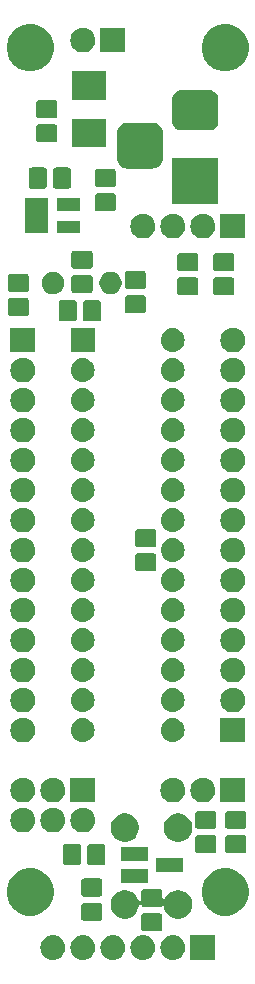
<source format=gbs>
G04 #@! TF.GenerationSoftware,KiCad,Pcbnew,(5.0.1)-3*
G04 #@! TF.CreationDate,2018-11-10T00:41:14-08:00*
G04 #@! TF.ProjectId,firefly,66697265666C792E6B696361645F7063,A*
G04 #@! TF.SameCoordinates,Original*
G04 #@! TF.FileFunction,Soldermask,Bot*
G04 #@! TF.FilePolarity,Negative*
%FSLAX46Y46*%
G04 Gerber Fmt 4.6, Leading zero omitted, Abs format (unit mm)*
G04 Created by KiCad (PCBNEW (5.0.1)-3) date 11/10/2018 12:41:14 AM*
%MOMM*%
%LPD*%
G01*
G04 APERTURE LIST*
%ADD10C,0.100000*%
G04 APERTURE END LIST*
D10*
G36*
X152274707Y-141832596D02*
X152351836Y-141840193D01*
X152483787Y-141880220D01*
X152549763Y-141900233D01*
X152732172Y-141997733D01*
X152892054Y-142128946D01*
X153023267Y-142288828D01*
X153120767Y-142471237D01*
X153120767Y-142471238D01*
X153180807Y-142669164D01*
X153201080Y-142875000D01*
X153180807Y-143080836D01*
X153140780Y-143212787D01*
X153120767Y-143278763D01*
X153023267Y-143461172D01*
X152892054Y-143621054D01*
X152732172Y-143752267D01*
X152549763Y-143849767D01*
X152483787Y-143869780D01*
X152351836Y-143909807D01*
X152274707Y-143917403D01*
X152197580Y-143925000D01*
X152094420Y-143925000D01*
X152017293Y-143917403D01*
X151940164Y-143909807D01*
X151808213Y-143869780D01*
X151742237Y-143849767D01*
X151559828Y-143752267D01*
X151399946Y-143621054D01*
X151268733Y-143461172D01*
X151171233Y-143278763D01*
X151151220Y-143212787D01*
X151111193Y-143080836D01*
X151090920Y-142875000D01*
X151111193Y-142669164D01*
X151171233Y-142471238D01*
X151171233Y-142471237D01*
X151268733Y-142288828D01*
X151399946Y-142128946D01*
X151559828Y-141997733D01*
X151742237Y-141900233D01*
X151808213Y-141880220D01*
X151940164Y-141840193D01*
X152017293Y-141832596D01*
X152094420Y-141825000D01*
X152197580Y-141825000D01*
X152274707Y-141832596D01*
X152274707Y-141832596D01*
G37*
G36*
X154814707Y-141832596D02*
X154891836Y-141840193D01*
X155023787Y-141880220D01*
X155089763Y-141900233D01*
X155272172Y-141997733D01*
X155432054Y-142128946D01*
X155563267Y-142288828D01*
X155660767Y-142471237D01*
X155660767Y-142471238D01*
X155720807Y-142669164D01*
X155741080Y-142875000D01*
X155720807Y-143080836D01*
X155680780Y-143212787D01*
X155660767Y-143278763D01*
X155563267Y-143461172D01*
X155432054Y-143621054D01*
X155272172Y-143752267D01*
X155089763Y-143849767D01*
X155023787Y-143869780D01*
X154891836Y-143909807D01*
X154814707Y-143917403D01*
X154737580Y-143925000D01*
X154634420Y-143925000D01*
X154557293Y-143917403D01*
X154480164Y-143909807D01*
X154348213Y-143869780D01*
X154282237Y-143849767D01*
X154099828Y-143752267D01*
X153939946Y-143621054D01*
X153808733Y-143461172D01*
X153711233Y-143278763D01*
X153691220Y-143212787D01*
X153651193Y-143080836D01*
X153630920Y-142875000D01*
X153651193Y-142669164D01*
X153711233Y-142471238D01*
X153711233Y-142471237D01*
X153808733Y-142288828D01*
X153939946Y-142128946D01*
X154099828Y-141997733D01*
X154282237Y-141900233D01*
X154348213Y-141880220D01*
X154480164Y-141840193D01*
X154557293Y-141832596D01*
X154634420Y-141825000D01*
X154737580Y-141825000D01*
X154814707Y-141832596D01*
X154814707Y-141832596D01*
G37*
G36*
X158276000Y-143925000D02*
X156176000Y-143925000D01*
X156176000Y-141825000D01*
X158276000Y-141825000D01*
X158276000Y-143925000D01*
X158276000Y-143925000D01*
G37*
G36*
X144654707Y-141832596D02*
X144731836Y-141840193D01*
X144863787Y-141880220D01*
X144929763Y-141900233D01*
X145112172Y-141997733D01*
X145272054Y-142128946D01*
X145403267Y-142288828D01*
X145500767Y-142471237D01*
X145500767Y-142471238D01*
X145560807Y-142669164D01*
X145581080Y-142875000D01*
X145560807Y-143080836D01*
X145520780Y-143212787D01*
X145500767Y-143278763D01*
X145403267Y-143461172D01*
X145272054Y-143621054D01*
X145112172Y-143752267D01*
X144929763Y-143849767D01*
X144863787Y-143869780D01*
X144731836Y-143909807D01*
X144654707Y-143917403D01*
X144577580Y-143925000D01*
X144474420Y-143925000D01*
X144397293Y-143917403D01*
X144320164Y-143909807D01*
X144188213Y-143869780D01*
X144122237Y-143849767D01*
X143939828Y-143752267D01*
X143779946Y-143621054D01*
X143648733Y-143461172D01*
X143551233Y-143278763D01*
X143531220Y-143212787D01*
X143491193Y-143080836D01*
X143470920Y-142875000D01*
X143491193Y-142669164D01*
X143551233Y-142471238D01*
X143551233Y-142471237D01*
X143648733Y-142288828D01*
X143779946Y-142128946D01*
X143939828Y-141997733D01*
X144122237Y-141900233D01*
X144188213Y-141880220D01*
X144320164Y-141840193D01*
X144397293Y-141832596D01*
X144474420Y-141825000D01*
X144577580Y-141825000D01*
X144654707Y-141832596D01*
X144654707Y-141832596D01*
G37*
G36*
X149734707Y-141832596D02*
X149811836Y-141840193D01*
X149943787Y-141880220D01*
X150009763Y-141900233D01*
X150192172Y-141997733D01*
X150352054Y-142128946D01*
X150483267Y-142288828D01*
X150580767Y-142471237D01*
X150580767Y-142471238D01*
X150640807Y-142669164D01*
X150661080Y-142875000D01*
X150640807Y-143080836D01*
X150600780Y-143212787D01*
X150580767Y-143278763D01*
X150483267Y-143461172D01*
X150352054Y-143621054D01*
X150192172Y-143752267D01*
X150009763Y-143849767D01*
X149943787Y-143869780D01*
X149811836Y-143909807D01*
X149734707Y-143917403D01*
X149657580Y-143925000D01*
X149554420Y-143925000D01*
X149477293Y-143917403D01*
X149400164Y-143909807D01*
X149268213Y-143869780D01*
X149202237Y-143849767D01*
X149019828Y-143752267D01*
X148859946Y-143621054D01*
X148728733Y-143461172D01*
X148631233Y-143278763D01*
X148611220Y-143212787D01*
X148571193Y-143080836D01*
X148550920Y-142875000D01*
X148571193Y-142669164D01*
X148631233Y-142471238D01*
X148631233Y-142471237D01*
X148728733Y-142288828D01*
X148859946Y-142128946D01*
X149019828Y-141997733D01*
X149202237Y-141900233D01*
X149268213Y-141880220D01*
X149400164Y-141840193D01*
X149477293Y-141832596D01*
X149554420Y-141825000D01*
X149657580Y-141825000D01*
X149734707Y-141832596D01*
X149734707Y-141832596D01*
G37*
G36*
X147194707Y-141832596D02*
X147271836Y-141840193D01*
X147403787Y-141880220D01*
X147469763Y-141900233D01*
X147652172Y-141997733D01*
X147812054Y-142128946D01*
X147943267Y-142288828D01*
X148040767Y-142471237D01*
X148040767Y-142471238D01*
X148100807Y-142669164D01*
X148121080Y-142875000D01*
X148100807Y-143080836D01*
X148060780Y-143212787D01*
X148040767Y-143278763D01*
X147943267Y-143461172D01*
X147812054Y-143621054D01*
X147652172Y-143752267D01*
X147469763Y-143849767D01*
X147403787Y-143869780D01*
X147271836Y-143909807D01*
X147194707Y-143917403D01*
X147117580Y-143925000D01*
X147014420Y-143925000D01*
X146937293Y-143917403D01*
X146860164Y-143909807D01*
X146728213Y-143869780D01*
X146662237Y-143849767D01*
X146479828Y-143752267D01*
X146319946Y-143621054D01*
X146188733Y-143461172D01*
X146091233Y-143278763D01*
X146071220Y-143212787D01*
X146031193Y-143080836D01*
X146010920Y-142875000D01*
X146031193Y-142669164D01*
X146091233Y-142471238D01*
X146091233Y-142471237D01*
X146188733Y-142288828D01*
X146319946Y-142128946D01*
X146479828Y-141997733D01*
X146662237Y-141900233D01*
X146728213Y-141880220D01*
X146860164Y-141840193D01*
X146937293Y-141832596D01*
X147014420Y-141825000D01*
X147117580Y-141825000D01*
X147194707Y-141832596D01*
X147194707Y-141832596D01*
G37*
G36*
X153593530Y-139955710D02*
X153643379Y-139970831D01*
X153689311Y-139995382D01*
X153729574Y-140028426D01*
X153762618Y-140068689D01*
X153787169Y-140114621D01*
X153802290Y-140164470D01*
X153808000Y-140222444D01*
X153808000Y-141227556D01*
X153802290Y-141285530D01*
X153787169Y-141335379D01*
X153762618Y-141381311D01*
X153729574Y-141421574D01*
X153689311Y-141454618D01*
X153643379Y-141479169D01*
X153593530Y-141494290D01*
X153535556Y-141500000D01*
X152280444Y-141500000D01*
X152222470Y-141494290D01*
X152172621Y-141479169D01*
X152126689Y-141454618D01*
X152086426Y-141421574D01*
X152053382Y-141381311D01*
X152028831Y-141335379D01*
X152013710Y-141285530D01*
X152008000Y-141227556D01*
X152008000Y-140222444D01*
X152013710Y-140164470D01*
X152028831Y-140114621D01*
X152053382Y-140068689D01*
X152086426Y-140028426D01*
X152126689Y-139995382D01*
X152172621Y-139970831D01*
X152222470Y-139955710D01*
X152280444Y-139950000D01*
X153535556Y-139950000D01*
X153593530Y-139955710D01*
X153593530Y-139955710D01*
G37*
G36*
X148513530Y-139075710D02*
X148563379Y-139090831D01*
X148609311Y-139115382D01*
X148649574Y-139148426D01*
X148682618Y-139188689D01*
X148707169Y-139234621D01*
X148722290Y-139284470D01*
X148728000Y-139342444D01*
X148728000Y-140347556D01*
X148722290Y-140405530D01*
X148707169Y-140455379D01*
X148682618Y-140501311D01*
X148649574Y-140541574D01*
X148609311Y-140574618D01*
X148563379Y-140599169D01*
X148513530Y-140614290D01*
X148455556Y-140620000D01*
X147200444Y-140620000D01*
X147142470Y-140614290D01*
X147092621Y-140599169D01*
X147046689Y-140574618D01*
X147006426Y-140541574D01*
X146973382Y-140501311D01*
X146948831Y-140455379D01*
X146933710Y-140405530D01*
X146928000Y-140347556D01*
X146928000Y-139342444D01*
X146933710Y-139284470D01*
X146948831Y-139234621D01*
X146973382Y-139188689D01*
X147006426Y-139148426D01*
X147046689Y-139115382D01*
X147092621Y-139090831D01*
X147142470Y-139075710D01*
X147200444Y-139070000D01*
X148455556Y-139070000D01*
X148513530Y-139075710D01*
X148513530Y-139075710D01*
G37*
G36*
X153593530Y-137905710D02*
X153643379Y-137920831D01*
X153689311Y-137945382D01*
X153729574Y-137978426D01*
X153762618Y-138018689D01*
X153787169Y-138064621D01*
X153802290Y-138114470D01*
X153808000Y-138172444D01*
X153808000Y-138623107D01*
X153810402Y-138647493D01*
X153817515Y-138670942D01*
X153829066Y-138692553D01*
X153844612Y-138711495D01*
X153863554Y-138727041D01*
X153885165Y-138738592D01*
X153908614Y-138745705D01*
X153933000Y-138748107D01*
X153957386Y-138745705D01*
X153980835Y-138738592D01*
X154002446Y-138727041D01*
X154021388Y-138711495D01*
X154036934Y-138692553D01*
X154048485Y-138670943D01*
X154058574Y-138646586D01*
X154189901Y-138450042D01*
X154357042Y-138282901D01*
X154553588Y-138151573D01*
X154771974Y-138061115D01*
X155003809Y-138015000D01*
X155240191Y-138015000D01*
X155472026Y-138061115D01*
X155690412Y-138151573D01*
X155886958Y-138282901D01*
X156054099Y-138450042D01*
X156185427Y-138646588D01*
X156275885Y-138864974D01*
X156322000Y-139096809D01*
X156322000Y-139333191D01*
X156275885Y-139565026D01*
X156185427Y-139783412D01*
X156054099Y-139979958D01*
X155886958Y-140147099D01*
X155690412Y-140278427D01*
X155472026Y-140368885D01*
X155240191Y-140415000D01*
X155003809Y-140415000D01*
X154771974Y-140368885D01*
X154553588Y-140278427D01*
X154357042Y-140147099D01*
X154189901Y-139979958D01*
X154058573Y-139783412D01*
X153968115Y-139565027D01*
X153942165Y-139434568D01*
X153935052Y-139411119D01*
X153923501Y-139389508D01*
X153907955Y-139370566D01*
X153889013Y-139355021D01*
X153867402Y-139343470D01*
X153843953Y-139336357D01*
X153819567Y-139333955D01*
X153795180Y-139336357D01*
X153771731Y-139343470D01*
X153750120Y-139355021D01*
X153739242Y-139363948D01*
X153739091Y-139363764D01*
X153689311Y-139404618D01*
X153643379Y-139429169D01*
X153593530Y-139444290D01*
X153535556Y-139450000D01*
X152280444Y-139450000D01*
X152222470Y-139444290D01*
X152172621Y-139429169D01*
X152126689Y-139404618D01*
X152086426Y-139371574D01*
X152053384Y-139331313D01*
X152049710Y-139324439D01*
X152036097Y-139304065D01*
X152018770Y-139286737D01*
X151998396Y-139273123D01*
X151975757Y-139263745D01*
X151951723Y-139258964D01*
X151927219Y-139258964D01*
X151903186Y-139263744D01*
X151880546Y-139273121D01*
X151860172Y-139286734D01*
X151842844Y-139304061D01*
X151829230Y-139324435D01*
X151819852Y-139347074D01*
X151816871Y-139358976D01*
X151775885Y-139565026D01*
X151685427Y-139783412D01*
X151554099Y-139979958D01*
X151386958Y-140147099D01*
X151190412Y-140278427D01*
X150972026Y-140368885D01*
X150740191Y-140415000D01*
X150503809Y-140415000D01*
X150271974Y-140368885D01*
X150053588Y-140278427D01*
X149857042Y-140147099D01*
X149689901Y-139979958D01*
X149558573Y-139783412D01*
X149468115Y-139565026D01*
X149422000Y-139333191D01*
X149422000Y-139096809D01*
X149468115Y-138864974D01*
X149558573Y-138646588D01*
X149689901Y-138450042D01*
X149857042Y-138282901D01*
X150053588Y-138151573D01*
X150271974Y-138061115D01*
X150503809Y-138015000D01*
X150740191Y-138015000D01*
X150972026Y-138061115D01*
X151190412Y-138151573D01*
X151386958Y-138282901D01*
X151554099Y-138450042D01*
X151685427Y-138646588D01*
X151767515Y-138844767D01*
X151779066Y-138866378D01*
X151794611Y-138885320D01*
X151813553Y-138900866D01*
X151835164Y-138912417D01*
X151858613Y-138919530D01*
X151883000Y-138921932D01*
X151907386Y-138919530D01*
X151930835Y-138912417D01*
X151952446Y-138900866D01*
X151971388Y-138885321D01*
X151986934Y-138866379D01*
X151998485Y-138844768D01*
X152005598Y-138821319D01*
X152008000Y-138796932D01*
X152008000Y-138172444D01*
X152013710Y-138114470D01*
X152028831Y-138064621D01*
X152053382Y-138018689D01*
X152086426Y-137978426D01*
X152126689Y-137945382D01*
X152172621Y-137920831D01*
X152222470Y-137905710D01*
X152280444Y-137900000D01*
X153535556Y-137900000D01*
X153593530Y-137905710D01*
X153593530Y-137905710D01*
G37*
G36*
X143204378Y-136252859D02*
X143568354Y-136403622D01*
X143895929Y-136622501D01*
X144174499Y-136901071D01*
X144393378Y-137228646D01*
X144544141Y-137592622D01*
X144621000Y-137979016D01*
X144621000Y-138372984D01*
X144544141Y-138759378D01*
X144393378Y-139123354D01*
X144174499Y-139450929D01*
X143895929Y-139729499D01*
X143568354Y-139948378D01*
X143204378Y-140099141D01*
X142817984Y-140176000D01*
X142424016Y-140176000D01*
X142037622Y-140099141D01*
X141673646Y-139948378D01*
X141346071Y-139729499D01*
X141067501Y-139450929D01*
X140848622Y-139123354D01*
X140697859Y-138759378D01*
X140621000Y-138372984D01*
X140621000Y-137979016D01*
X140697859Y-137592622D01*
X140848622Y-137228646D01*
X141067501Y-136901071D01*
X141346071Y-136622501D01*
X141673646Y-136403622D01*
X142037622Y-136252859D01*
X142424016Y-136176000D01*
X142817984Y-136176000D01*
X143204378Y-136252859D01*
X143204378Y-136252859D01*
G37*
G36*
X159714378Y-136252859D02*
X160078354Y-136403622D01*
X160405929Y-136622501D01*
X160684499Y-136901071D01*
X160903378Y-137228646D01*
X161054141Y-137592622D01*
X161131000Y-137979016D01*
X161131000Y-138372984D01*
X161054141Y-138759378D01*
X160903378Y-139123354D01*
X160684499Y-139450929D01*
X160405929Y-139729499D01*
X160078354Y-139948378D01*
X159714378Y-140099141D01*
X159327984Y-140176000D01*
X158934016Y-140176000D01*
X158547622Y-140099141D01*
X158183646Y-139948378D01*
X157856071Y-139729499D01*
X157577501Y-139450929D01*
X157358622Y-139123354D01*
X157207859Y-138759378D01*
X157131000Y-138372984D01*
X157131000Y-137979016D01*
X157207859Y-137592622D01*
X157358622Y-137228646D01*
X157577501Y-136901071D01*
X157856071Y-136622501D01*
X158183646Y-136403622D01*
X158547622Y-136252859D01*
X158934016Y-136176000D01*
X159327984Y-136176000D01*
X159714378Y-136252859D01*
X159714378Y-136252859D01*
G37*
G36*
X148513530Y-137025710D02*
X148563379Y-137040831D01*
X148609311Y-137065382D01*
X148649574Y-137098426D01*
X148682618Y-137138689D01*
X148707169Y-137184621D01*
X148722290Y-137234470D01*
X148728000Y-137292444D01*
X148728000Y-138297556D01*
X148722290Y-138355530D01*
X148707169Y-138405379D01*
X148682618Y-138451311D01*
X148649574Y-138491574D01*
X148609311Y-138524618D01*
X148563379Y-138549169D01*
X148513530Y-138564290D01*
X148455556Y-138570000D01*
X147200444Y-138570000D01*
X147142470Y-138564290D01*
X147092621Y-138549169D01*
X147046689Y-138524618D01*
X147006426Y-138491574D01*
X146973382Y-138451311D01*
X146948831Y-138405379D01*
X146933710Y-138355530D01*
X146928000Y-138297556D01*
X146928000Y-137292444D01*
X146933710Y-137234470D01*
X146948831Y-137184621D01*
X146973382Y-137138689D01*
X147006426Y-137098426D01*
X147046689Y-137065382D01*
X147092621Y-137040831D01*
X147142470Y-137025710D01*
X147200444Y-137020000D01*
X148455556Y-137020000D01*
X148513530Y-137025710D01*
X148513530Y-137025710D01*
G37*
G36*
X152558000Y-137440000D02*
X150258000Y-137440000D01*
X150258000Y-136240000D01*
X152558000Y-136240000D01*
X152558000Y-137440000D01*
X152558000Y-137440000D01*
G37*
G36*
X155558000Y-136490000D02*
X153258000Y-136490000D01*
X153258000Y-135290000D01*
X155558000Y-135290000D01*
X155558000Y-136490000D01*
X155558000Y-136490000D01*
G37*
G36*
X146719530Y-134106710D02*
X146769379Y-134121831D01*
X146815311Y-134146382D01*
X146855574Y-134179426D01*
X146888618Y-134219689D01*
X146913169Y-134265621D01*
X146928290Y-134315470D01*
X146934000Y-134373444D01*
X146934000Y-135628556D01*
X146928290Y-135686530D01*
X146913169Y-135736379D01*
X146888618Y-135782311D01*
X146855574Y-135822574D01*
X146815311Y-135855618D01*
X146769379Y-135880169D01*
X146719530Y-135895290D01*
X146661556Y-135901000D01*
X145656444Y-135901000D01*
X145598470Y-135895290D01*
X145548621Y-135880169D01*
X145502689Y-135855618D01*
X145462426Y-135822574D01*
X145429382Y-135782311D01*
X145404831Y-135736379D01*
X145389710Y-135686530D01*
X145384000Y-135628556D01*
X145384000Y-134373444D01*
X145389710Y-134315470D01*
X145404831Y-134265621D01*
X145429382Y-134219689D01*
X145462426Y-134179426D01*
X145502689Y-134146382D01*
X145548621Y-134121831D01*
X145598470Y-134106710D01*
X145656444Y-134101000D01*
X146661556Y-134101000D01*
X146719530Y-134106710D01*
X146719530Y-134106710D01*
G37*
G36*
X148769530Y-134106710D02*
X148819379Y-134121831D01*
X148865311Y-134146382D01*
X148905574Y-134179426D01*
X148938618Y-134219689D01*
X148963169Y-134265621D01*
X148978290Y-134315470D01*
X148984000Y-134373444D01*
X148984000Y-135628556D01*
X148978290Y-135686530D01*
X148963169Y-135736379D01*
X148938618Y-135782311D01*
X148905574Y-135822574D01*
X148865311Y-135855618D01*
X148819379Y-135880169D01*
X148769530Y-135895290D01*
X148711556Y-135901000D01*
X147706444Y-135901000D01*
X147648470Y-135895290D01*
X147598621Y-135880169D01*
X147552689Y-135855618D01*
X147512426Y-135822574D01*
X147479382Y-135782311D01*
X147454831Y-135736379D01*
X147439710Y-135686530D01*
X147434000Y-135628556D01*
X147434000Y-134373444D01*
X147439710Y-134315470D01*
X147454831Y-134265621D01*
X147479382Y-134219689D01*
X147512426Y-134179426D01*
X147552689Y-134146382D01*
X147598621Y-134121831D01*
X147648470Y-134106710D01*
X147706444Y-134101000D01*
X148711556Y-134101000D01*
X148769530Y-134106710D01*
X148769530Y-134106710D01*
G37*
G36*
X152558000Y-135540000D02*
X150258000Y-135540000D01*
X150258000Y-134340000D01*
X152558000Y-134340000D01*
X152558000Y-135540000D01*
X152558000Y-135540000D01*
G37*
G36*
X160705530Y-133342710D02*
X160755379Y-133357831D01*
X160801311Y-133382382D01*
X160841574Y-133415426D01*
X160874618Y-133455689D01*
X160899169Y-133501621D01*
X160914290Y-133551470D01*
X160920000Y-133609444D01*
X160920000Y-134614556D01*
X160914290Y-134672530D01*
X160899169Y-134722379D01*
X160874618Y-134768311D01*
X160841574Y-134808574D01*
X160801311Y-134841618D01*
X160755379Y-134866169D01*
X160705530Y-134881290D01*
X160647556Y-134887000D01*
X159392444Y-134887000D01*
X159334470Y-134881290D01*
X159284621Y-134866169D01*
X159238689Y-134841618D01*
X159198426Y-134808574D01*
X159165382Y-134768311D01*
X159140831Y-134722379D01*
X159125710Y-134672530D01*
X159120000Y-134614556D01*
X159120000Y-133609444D01*
X159125710Y-133551470D01*
X159140831Y-133501621D01*
X159165382Y-133455689D01*
X159198426Y-133415426D01*
X159238689Y-133382382D01*
X159284621Y-133357831D01*
X159334470Y-133342710D01*
X159392444Y-133337000D01*
X160647556Y-133337000D01*
X160705530Y-133342710D01*
X160705530Y-133342710D01*
G37*
G36*
X158165530Y-133342710D02*
X158215379Y-133357831D01*
X158261311Y-133382382D01*
X158301574Y-133415426D01*
X158334618Y-133455689D01*
X158359169Y-133501621D01*
X158374290Y-133551470D01*
X158380000Y-133609444D01*
X158380000Y-134614556D01*
X158374290Y-134672530D01*
X158359169Y-134722379D01*
X158334618Y-134768311D01*
X158301574Y-134808574D01*
X158261311Y-134841618D01*
X158215379Y-134866169D01*
X158165530Y-134881290D01*
X158107556Y-134887000D01*
X156852444Y-134887000D01*
X156794470Y-134881290D01*
X156744621Y-134866169D01*
X156698689Y-134841618D01*
X156658426Y-134808574D01*
X156625382Y-134768311D01*
X156600831Y-134722379D01*
X156585710Y-134672530D01*
X156580000Y-134614556D01*
X156580000Y-133609444D01*
X156585710Y-133551470D01*
X156600831Y-133501621D01*
X156625382Y-133455689D01*
X156658426Y-133415426D01*
X156698689Y-133382382D01*
X156744621Y-133357831D01*
X156794470Y-133342710D01*
X156852444Y-133337000D01*
X158107556Y-133337000D01*
X158165530Y-133342710D01*
X158165530Y-133342710D01*
G37*
G36*
X155472026Y-131561115D02*
X155690412Y-131651573D01*
X155886958Y-131782901D01*
X156054099Y-131950042D01*
X156185427Y-132146588D01*
X156275885Y-132364974D01*
X156322000Y-132596809D01*
X156322000Y-132833191D01*
X156275885Y-133065026D01*
X156185427Y-133283412D01*
X156054099Y-133479958D01*
X155886958Y-133647099D01*
X155690412Y-133778427D01*
X155472026Y-133868885D01*
X155240191Y-133915000D01*
X155003809Y-133915000D01*
X154771974Y-133868885D01*
X154553588Y-133778427D01*
X154357042Y-133647099D01*
X154189901Y-133479958D01*
X154058573Y-133283412D01*
X153968115Y-133065026D01*
X153922000Y-132833191D01*
X153922000Y-132596809D01*
X153968115Y-132364974D01*
X154058573Y-132146588D01*
X154189901Y-131950042D01*
X154357042Y-131782901D01*
X154553588Y-131651573D01*
X154771974Y-131561115D01*
X155003809Y-131515000D01*
X155240191Y-131515000D01*
X155472026Y-131561115D01*
X155472026Y-131561115D01*
G37*
G36*
X150972026Y-131561115D02*
X151190412Y-131651573D01*
X151386958Y-131782901D01*
X151554099Y-131950042D01*
X151685427Y-132146588D01*
X151775885Y-132364974D01*
X151822000Y-132596809D01*
X151822000Y-132833191D01*
X151775885Y-133065026D01*
X151685427Y-133283412D01*
X151554099Y-133479958D01*
X151386958Y-133647099D01*
X151190412Y-133778427D01*
X150972026Y-133868885D01*
X150740191Y-133915000D01*
X150503809Y-133915000D01*
X150271974Y-133868885D01*
X150053588Y-133778427D01*
X149857042Y-133647099D01*
X149689901Y-133479958D01*
X149558573Y-133283412D01*
X149468115Y-133065026D01*
X149422000Y-132833191D01*
X149422000Y-132596809D01*
X149468115Y-132364974D01*
X149558573Y-132146588D01*
X149689901Y-131950042D01*
X149857042Y-131782901D01*
X150053588Y-131651573D01*
X150271974Y-131561115D01*
X150503809Y-131515000D01*
X150740191Y-131515000D01*
X150972026Y-131561115D01*
X150972026Y-131561115D01*
G37*
G36*
X142114707Y-131037597D02*
X142191836Y-131045193D01*
X142323787Y-131085220D01*
X142389763Y-131105233D01*
X142572172Y-131202733D01*
X142732054Y-131333946D01*
X142863267Y-131493828D01*
X142960767Y-131676237D01*
X142960767Y-131676238D01*
X143020807Y-131874164D01*
X143041080Y-132080000D01*
X143020807Y-132285836D01*
X142996801Y-132364973D01*
X142960767Y-132483763D01*
X142863267Y-132666172D01*
X142732054Y-132826054D01*
X142572172Y-132957267D01*
X142389763Y-133054767D01*
X142323787Y-133074780D01*
X142191836Y-133114807D01*
X142114707Y-133122403D01*
X142037580Y-133130000D01*
X141934420Y-133130000D01*
X141857293Y-133122403D01*
X141780164Y-133114807D01*
X141648213Y-133074780D01*
X141582237Y-133054767D01*
X141399828Y-132957267D01*
X141239946Y-132826054D01*
X141108733Y-132666172D01*
X141011233Y-132483763D01*
X140975199Y-132364973D01*
X140951193Y-132285836D01*
X140930920Y-132080000D01*
X140951193Y-131874164D01*
X141011233Y-131676238D01*
X141011233Y-131676237D01*
X141108733Y-131493828D01*
X141239946Y-131333946D01*
X141399828Y-131202733D01*
X141582237Y-131105233D01*
X141648213Y-131085220D01*
X141780164Y-131045193D01*
X141857293Y-131037597D01*
X141934420Y-131030000D01*
X142037580Y-131030000D01*
X142114707Y-131037597D01*
X142114707Y-131037597D01*
G37*
G36*
X144654707Y-131037597D02*
X144731836Y-131045193D01*
X144863787Y-131085220D01*
X144929763Y-131105233D01*
X145112172Y-131202733D01*
X145272054Y-131333946D01*
X145403267Y-131493828D01*
X145500767Y-131676237D01*
X145500767Y-131676238D01*
X145560807Y-131874164D01*
X145581080Y-132080000D01*
X145560807Y-132285836D01*
X145536801Y-132364973D01*
X145500767Y-132483763D01*
X145403267Y-132666172D01*
X145272054Y-132826054D01*
X145112172Y-132957267D01*
X144929763Y-133054767D01*
X144863787Y-133074780D01*
X144731836Y-133114807D01*
X144654707Y-133122403D01*
X144577580Y-133130000D01*
X144474420Y-133130000D01*
X144397293Y-133122403D01*
X144320164Y-133114807D01*
X144188213Y-133074780D01*
X144122237Y-133054767D01*
X143939828Y-132957267D01*
X143779946Y-132826054D01*
X143648733Y-132666172D01*
X143551233Y-132483763D01*
X143515199Y-132364973D01*
X143491193Y-132285836D01*
X143470920Y-132080000D01*
X143491193Y-131874164D01*
X143551233Y-131676238D01*
X143551233Y-131676237D01*
X143648733Y-131493828D01*
X143779946Y-131333946D01*
X143939828Y-131202733D01*
X144122237Y-131105233D01*
X144188213Y-131085220D01*
X144320164Y-131045193D01*
X144397293Y-131037597D01*
X144474420Y-131030000D01*
X144577580Y-131030000D01*
X144654707Y-131037597D01*
X144654707Y-131037597D01*
G37*
G36*
X147194707Y-131037597D02*
X147271836Y-131045193D01*
X147403787Y-131085220D01*
X147469763Y-131105233D01*
X147652172Y-131202733D01*
X147812054Y-131333946D01*
X147943267Y-131493828D01*
X148040767Y-131676237D01*
X148040767Y-131676238D01*
X148100807Y-131874164D01*
X148121080Y-132080000D01*
X148100807Y-132285836D01*
X148076801Y-132364973D01*
X148040767Y-132483763D01*
X147943267Y-132666172D01*
X147812054Y-132826054D01*
X147652172Y-132957267D01*
X147469763Y-133054767D01*
X147403787Y-133074780D01*
X147271836Y-133114807D01*
X147194707Y-133122403D01*
X147117580Y-133130000D01*
X147014420Y-133130000D01*
X146937293Y-133122403D01*
X146860164Y-133114807D01*
X146728213Y-133074780D01*
X146662237Y-133054767D01*
X146479828Y-132957267D01*
X146319946Y-132826054D01*
X146188733Y-132666172D01*
X146091233Y-132483763D01*
X146055199Y-132364973D01*
X146031193Y-132285836D01*
X146010920Y-132080000D01*
X146031193Y-131874164D01*
X146091233Y-131676238D01*
X146091233Y-131676237D01*
X146188733Y-131493828D01*
X146319946Y-131333946D01*
X146479828Y-131202733D01*
X146662237Y-131105233D01*
X146728213Y-131085220D01*
X146860164Y-131045193D01*
X146937293Y-131037597D01*
X147014420Y-131030000D01*
X147117580Y-131030000D01*
X147194707Y-131037597D01*
X147194707Y-131037597D01*
G37*
G36*
X160705530Y-131292710D02*
X160755379Y-131307831D01*
X160801311Y-131332382D01*
X160841574Y-131365426D01*
X160874618Y-131405689D01*
X160899169Y-131451621D01*
X160914290Y-131501470D01*
X160920000Y-131559444D01*
X160920000Y-132564556D01*
X160914290Y-132622530D01*
X160899169Y-132672379D01*
X160874618Y-132718311D01*
X160841574Y-132758574D01*
X160801311Y-132791618D01*
X160755379Y-132816169D01*
X160705530Y-132831290D01*
X160647556Y-132837000D01*
X159392444Y-132837000D01*
X159334470Y-132831290D01*
X159284621Y-132816169D01*
X159238689Y-132791618D01*
X159198426Y-132758574D01*
X159165382Y-132718311D01*
X159140831Y-132672379D01*
X159125710Y-132622530D01*
X159120000Y-132564556D01*
X159120000Y-131559444D01*
X159125710Y-131501470D01*
X159140831Y-131451621D01*
X159165382Y-131405689D01*
X159198426Y-131365426D01*
X159238689Y-131332382D01*
X159284621Y-131307831D01*
X159334470Y-131292710D01*
X159392444Y-131287000D01*
X160647556Y-131287000D01*
X160705530Y-131292710D01*
X160705530Y-131292710D01*
G37*
G36*
X158165530Y-131292710D02*
X158215379Y-131307831D01*
X158261311Y-131332382D01*
X158301574Y-131365426D01*
X158334618Y-131405689D01*
X158359169Y-131451621D01*
X158374290Y-131501470D01*
X158380000Y-131559444D01*
X158380000Y-132564556D01*
X158374290Y-132622530D01*
X158359169Y-132672379D01*
X158334618Y-132718311D01*
X158301574Y-132758574D01*
X158261311Y-132791618D01*
X158215379Y-132816169D01*
X158165530Y-132831290D01*
X158107556Y-132837000D01*
X156852444Y-132837000D01*
X156794470Y-132831290D01*
X156744621Y-132816169D01*
X156698689Y-132791618D01*
X156658426Y-132758574D01*
X156625382Y-132718311D01*
X156600831Y-132672379D01*
X156585710Y-132622530D01*
X156580000Y-132564556D01*
X156580000Y-131559444D01*
X156585710Y-131501470D01*
X156600831Y-131451621D01*
X156625382Y-131405689D01*
X156658426Y-131365426D01*
X156698689Y-131332382D01*
X156744621Y-131307831D01*
X156794470Y-131292710D01*
X156852444Y-131287000D01*
X158107556Y-131287000D01*
X158165530Y-131292710D01*
X158165530Y-131292710D01*
G37*
G36*
X160816000Y-130590000D02*
X158716000Y-130590000D01*
X158716000Y-128490000D01*
X160816000Y-128490000D01*
X160816000Y-130590000D01*
X160816000Y-130590000D01*
G37*
G36*
X154814707Y-128497597D02*
X154891836Y-128505193D01*
X155023787Y-128545220D01*
X155089763Y-128565233D01*
X155272172Y-128662733D01*
X155432054Y-128793946D01*
X155563267Y-128953828D01*
X155660767Y-129136237D01*
X155660767Y-129136238D01*
X155720807Y-129334164D01*
X155741080Y-129540000D01*
X155720807Y-129745836D01*
X155680780Y-129877787D01*
X155660767Y-129943763D01*
X155563267Y-130126172D01*
X155432054Y-130286054D01*
X155272172Y-130417267D01*
X155089763Y-130514767D01*
X155023787Y-130534780D01*
X154891836Y-130574807D01*
X154814707Y-130582403D01*
X154737580Y-130590000D01*
X154634420Y-130590000D01*
X154557293Y-130582403D01*
X154480164Y-130574807D01*
X154348213Y-130534780D01*
X154282237Y-130514767D01*
X154099828Y-130417267D01*
X153939946Y-130286054D01*
X153808733Y-130126172D01*
X153711233Y-129943763D01*
X153691220Y-129877787D01*
X153651193Y-129745836D01*
X153630920Y-129540000D01*
X153651193Y-129334164D01*
X153711233Y-129136238D01*
X153711233Y-129136237D01*
X153808733Y-128953828D01*
X153939946Y-128793946D01*
X154099828Y-128662733D01*
X154282237Y-128565233D01*
X154348213Y-128545220D01*
X154480164Y-128505193D01*
X154557293Y-128497597D01*
X154634420Y-128490000D01*
X154737580Y-128490000D01*
X154814707Y-128497597D01*
X154814707Y-128497597D01*
G37*
G36*
X148116000Y-130590000D02*
X146016000Y-130590000D01*
X146016000Y-128490000D01*
X148116000Y-128490000D01*
X148116000Y-130590000D01*
X148116000Y-130590000D01*
G37*
G36*
X142114707Y-128497597D02*
X142191836Y-128505193D01*
X142323787Y-128545220D01*
X142389763Y-128565233D01*
X142572172Y-128662733D01*
X142732054Y-128793946D01*
X142863267Y-128953828D01*
X142960767Y-129136237D01*
X142960767Y-129136238D01*
X143020807Y-129334164D01*
X143041080Y-129540000D01*
X143020807Y-129745836D01*
X142980780Y-129877787D01*
X142960767Y-129943763D01*
X142863267Y-130126172D01*
X142732054Y-130286054D01*
X142572172Y-130417267D01*
X142389763Y-130514767D01*
X142323787Y-130534780D01*
X142191836Y-130574807D01*
X142114707Y-130582403D01*
X142037580Y-130590000D01*
X141934420Y-130590000D01*
X141857293Y-130582403D01*
X141780164Y-130574807D01*
X141648213Y-130534780D01*
X141582237Y-130514767D01*
X141399828Y-130417267D01*
X141239946Y-130286054D01*
X141108733Y-130126172D01*
X141011233Y-129943763D01*
X140991220Y-129877787D01*
X140951193Y-129745836D01*
X140930920Y-129540000D01*
X140951193Y-129334164D01*
X141011233Y-129136238D01*
X141011233Y-129136237D01*
X141108733Y-128953828D01*
X141239946Y-128793946D01*
X141399828Y-128662733D01*
X141582237Y-128565233D01*
X141648213Y-128545220D01*
X141780164Y-128505193D01*
X141857293Y-128497597D01*
X141934420Y-128490000D01*
X142037580Y-128490000D01*
X142114707Y-128497597D01*
X142114707Y-128497597D01*
G37*
G36*
X157354707Y-128497597D02*
X157431836Y-128505193D01*
X157563787Y-128545220D01*
X157629763Y-128565233D01*
X157812172Y-128662733D01*
X157972054Y-128793946D01*
X158103267Y-128953828D01*
X158200767Y-129136237D01*
X158200767Y-129136238D01*
X158260807Y-129334164D01*
X158281080Y-129540000D01*
X158260807Y-129745836D01*
X158220780Y-129877787D01*
X158200767Y-129943763D01*
X158103267Y-130126172D01*
X157972054Y-130286054D01*
X157812172Y-130417267D01*
X157629763Y-130514767D01*
X157563787Y-130534780D01*
X157431836Y-130574807D01*
X157354707Y-130582403D01*
X157277580Y-130590000D01*
X157174420Y-130590000D01*
X157097293Y-130582403D01*
X157020164Y-130574807D01*
X156888213Y-130534780D01*
X156822237Y-130514767D01*
X156639828Y-130417267D01*
X156479946Y-130286054D01*
X156348733Y-130126172D01*
X156251233Y-129943763D01*
X156231220Y-129877787D01*
X156191193Y-129745836D01*
X156170920Y-129540000D01*
X156191193Y-129334164D01*
X156251233Y-129136238D01*
X156251233Y-129136237D01*
X156348733Y-128953828D01*
X156479946Y-128793946D01*
X156639828Y-128662733D01*
X156822237Y-128565233D01*
X156888213Y-128545220D01*
X157020164Y-128505193D01*
X157097293Y-128497597D01*
X157174420Y-128490000D01*
X157277580Y-128490000D01*
X157354707Y-128497597D01*
X157354707Y-128497597D01*
G37*
G36*
X144654707Y-128497597D02*
X144731836Y-128505193D01*
X144863787Y-128545220D01*
X144929763Y-128565233D01*
X145112172Y-128662733D01*
X145272054Y-128793946D01*
X145403267Y-128953828D01*
X145500767Y-129136237D01*
X145500767Y-129136238D01*
X145560807Y-129334164D01*
X145581080Y-129540000D01*
X145560807Y-129745836D01*
X145520780Y-129877787D01*
X145500767Y-129943763D01*
X145403267Y-130126172D01*
X145272054Y-130286054D01*
X145112172Y-130417267D01*
X144929763Y-130514767D01*
X144863787Y-130534780D01*
X144731836Y-130574807D01*
X144654707Y-130582403D01*
X144577580Y-130590000D01*
X144474420Y-130590000D01*
X144397293Y-130582403D01*
X144320164Y-130574807D01*
X144188213Y-130534780D01*
X144122237Y-130514767D01*
X143939828Y-130417267D01*
X143779946Y-130286054D01*
X143648733Y-130126172D01*
X143551233Y-129943763D01*
X143531220Y-129877787D01*
X143491193Y-129745836D01*
X143470920Y-129540000D01*
X143491193Y-129334164D01*
X143551233Y-129136238D01*
X143551233Y-129136237D01*
X143648733Y-128953828D01*
X143779946Y-128793946D01*
X143939828Y-128662733D01*
X144122237Y-128565233D01*
X144188213Y-128545220D01*
X144320164Y-128505193D01*
X144397293Y-128497597D01*
X144474420Y-128490000D01*
X144577580Y-128490000D01*
X144654707Y-128497597D01*
X144654707Y-128497597D01*
G37*
G36*
X142114707Y-123417596D02*
X142191836Y-123425193D01*
X142323787Y-123465220D01*
X142389763Y-123485233D01*
X142572172Y-123582733D01*
X142732054Y-123713946D01*
X142863267Y-123873828D01*
X142960767Y-124056237D01*
X142980780Y-124122213D01*
X143020807Y-124254164D01*
X143041080Y-124460000D01*
X143020807Y-124665836D01*
X142980780Y-124797787D01*
X142960767Y-124863763D01*
X142863267Y-125046172D01*
X142732054Y-125206054D01*
X142572172Y-125337267D01*
X142389763Y-125434767D01*
X142354281Y-125445530D01*
X142191836Y-125494807D01*
X142114707Y-125502403D01*
X142037580Y-125510000D01*
X141934420Y-125510000D01*
X141857293Y-125502403D01*
X141780164Y-125494807D01*
X141617719Y-125445530D01*
X141582237Y-125434767D01*
X141399828Y-125337267D01*
X141239946Y-125206054D01*
X141108733Y-125046172D01*
X141011233Y-124863763D01*
X140991220Y-124797787D01*
X140951193Y-124665836D01*
X140930920Y-124460000D01*
X140951193Y-124254164D01*
X140991220Y-124122213D01*
X141011233Y-124056237D01*
X141108733Y-123873828D01*
X141239946Y-123713946D01*
X141399828Y-123582733D01*
X141582237Y-123485233D01*
X141648213Y-123465220D01*
X141780164Y-123425193D01*
X141857293Y-123417596D01*
X141934420Y-123410000D01*
X142037580Y-123410000D01*
X142114707Y-123417596D01*
X142114707Y-123417596D01*
G37*
G36*
X160816000Y-125510000D02*
X158716000Y-125510000D01*
X158716000Y-123410000D01*
X160816000Y-123410000D01*
X160816000Y-125510000D01*
X160816000Y-125510000D01*
G37*
G36*
X154882030Y-123474469D02*
X154882033Y-123474470D01*
X154882034Y-123474470D01*
X155070535Y-123531651D01*
X155070537Y-123531652D01*
X155244260Y-123624509D01*
X155396528Y-123749472D01*
X155521491Y-123901740D01*
X155521492Y-123901742D01*
X155614349Y-124075465D01*
X155668557Y-124254166D01*
X155671531Y-124263970D01*
X155690838Y-124460000D01*
X155671531Y-124656030D01*
X155671530Y-124656033D01*
X155671530Y-124656034D01*
X155668557Y-124665836D01*
X155614348Y-124844537D01*
X155521491Y-125018260D01*
X155396528Y-125170528D01*
X155244260Y-125295491D01*
X155244258Y-125295492D01*
X155070535Y-125388349D01*
X154882034Y-125445530D01*
X154882033Y-125445530D01*
X154882030Y-125445531D01*
X154735124Y-125460000D01*
X154636876Y-125460000D01*
X154489970Y-125445531D01*
X154489967Y-125445530D01*
X154489966Y-125445530D01*
X154301465Y-125388349D01*
X154127742Y-125295492D01*
X154127740Y-125295491D01*
X153975472Y-125170528D01*
X153850509Y-125018260D01*
X153757652Y-124844537D01*
X153703444Y-124665836D01*
X153700470Y-124656034D01*
X153700470Y-124656033D01*
X153700469Y-124656030D01*
X153681162Y-124460000D01*
X153700469Y-124263970D01*
X153703443Y-124254166D01*
X153757651Y-124075465D01*
X153850508Y-123901742D01*
X153850509Y-123901740D01*
X153975472Y-123749472D01*
X154127740Y-123624509D01*
X154301463Y-123531652D01*
X154301465Y-123531651D01*
X154489966Y-123474470D01*
X154489967Y-123474470D01*
X154489970Y-123474469D01*
X154636876Y-123460000D01*
X154735124Y-123460000D01*
X154882030Y-123474469D01*
X154882030Y-123474469D01*
G37*
G36*
X147262030Y-123474469D02*
X147262033Y-123474470D01*
X147262034Y-123474470D01*
X147450535Y-123531651D01*
X147450537Y-123531652D01*
X147624260Y-123624509D01*
X147776528Y-123749472D01*
X147901491Y-123901740D01*
X147901492Y-123901742D01*
X147994349Y-124075465D01*
X148048557Y-124254166D01*
X148051531Y-124263970D01*
X148070838Y-124460000D01*
X148051531Y-124656030D01*
X148051530Y-124656033D01*
X148051530Y-124656034D01*
X148048557Y-124665836D01*
X147994348Y-124844537D01*
X147901491Y-125018260D01*
X147776528Y-125170528D01*
X147624260Y-125295491D01*
X147624258Y-125295492D01*
X147450535Y-125388349D01*
X147262034Y-125445530D01*
X147262033Y-125445530D01*
X147262030Y-125445531D01*
X147115124Y-125460000D01*
X147016876Y-125460000D01*
X146869970Y-125445531D01*
X146869967Y-125445530D01*
X146869966Y-125445530D01*
X146681465Y-125388349D01*
X146507742Y-125295492D01*
X146507740Y-125295491D01*
X146355472Y-125170528D01*
X146230509Y-125018260D01*
X146137652Y-124844537D01*
X146083444Y-124665836D01*
X146080470Y-124656034D01*
X146080470Y-124656033D01*
X146080469Y-124656030D01*
X146061162Y-124460000D01*
X146080469Y-124263970D01*
X146083443Y-124254166D01*
X146137651Y-124075465D01*
X146230508Y-123901742D01*
X146230509Y-123901740D01*
X146355472Y-123749472D01*
X146507740Y-123624509D01*
X146681463Y-123531652D01*
X146681465Y-123531651D01*
X146869966Y-123474470D01*
X146869967Y-123474470D01*
X146869970Y-123474469D01*
X147016876Y-123460000D01*
X147115124Y-123460000D01*
X147262030Y-123474469D01*
X147262030Y-123474469D01*
G37*
G36*
X142114707Y-120877596D02*
X142191836Y-120885193D01*
X142323787Y-120925220D01*
X142389763Y-120945233D01*
X142572172Y-121042733D01*
X142732054Y-121173946D01*
X142863267Y-121333828D01*
X142960767Y-121516237D01*
X142980780Y-121582213D01*
X143020807Y-121714164D01*
X143041080Y-121920000D01*
X143020807Y-122125836D01*
X142980780Y-122257787D01*
X142960767Y-122323763D01*
X142863267Y-122506172D01*
X142732054Y-122666054D01*
X142572172Y-122797267D01*
X142389763Y-122894767D01*
X142354281Y-122905530D01*
X142191836Y-122954807D01*
X142114707Y-122962403D01*
X142037580Y-122970000D01*
X141934420Y-122970000D01*
X141857293Y-122962403D01*
X141780164Y-122954807D01*
X141617719Y-122905530D01*
X141582237Y-122894767D01*
X141399828Y-122797267D01*
X141239946Y-122666054D01*
X141108733Y-122506172D01*
X141011233Y-122323763D01*
X140991220Y-122257787D01*
X140951193Y-122125836D01*
X140930920Y-121920000D01*
X140951193Y-121714164D01*
X140991220Y-121582213D01*
X141011233Y-121516237D01*
X141108733Y-121333828D01*
X141239946Y-121173946D01*
X141399828Y-121042733D01*
X141582237Y-120945233D01*
X141648213Y-120925220D01*
X141780164Y-120885193D01*
X141857293Y-120877596D01*
X141934420Y-120870000D01*
X142037580Y-120870000D01*
X142114707Y-120877596D01*
X142114707Y-120877596D01*
G37*
G36*
X159894707Y-120877596D02*
X159971836Y-120885193D01*
X160103787Y-120925220D01*
X160169763Y-120945233D01*
X160352172Y-121042733D01*
X160512054Y-121173946D01*
X160643267Y-121333828D01*
X160740767Y-121516237D01*
X160760780Y-121582213D01*
X160800807Y-121714164D01*
X160821080Y-121920000D01*
X160800807Y-122125836D01*
X160760780Y-122257787D01*
X160740767Y-122323763D01*
X160643267Y-122506172D01*
X160512054Y-122666054D01*
X160352172Y-122797267D01*
X160169763Y-122894767D01*
X160134281Y-122905530D01*
X159971836Y-122954807D01*
X159894707Y-122962403D01*
X159817580Y-122970000D01*
X159714420Y-122970000D01*
X159637293Y-122962403D01*
X159560164Y-122954807D01*
X159397719Y-122905530D01*
X159362237Y-122894767D01*
X159179828Y-122797267D01*
X159019946Y-122666054D01*
X158888733Y-122506172D01*
X158791233Y-122323763D01*
X158771220Y-122257787D01*
X158731193Y-122125836D01*
X158710920Y-121920000D01*
X158731193Y-121714164D01*
X158771220Y-121582213D01*
X158791233Y-121516237D01*
X158888733Y-121333828D01*
X159019946Y-121173946D01*
X159179828Y-121042733D01*
X159362237Y-120945233D01*
X159428213Y-120925220D01*
X159560164Y-120885193D01*
X159637293Y-120877596D01*
X159714420Y-120870000D01*
X159817580Y-120870000D01*
X159894707Y-120877596D01*
X159894707Y-120877596D01*
G37*
G36*
X154882030Y-120934469D02*
X154882033Y-120934470D01*
X154882034Y-120934470D01*
X155070535Y-120991651D01*
X155070537Y-120991652D01*
X155244260Y-121084509D01*
X155396528Y-121209472D01*
X155521491Y-121361740D01*
X155521492Y-121361742D01*
X155614349Y-121535465D01*
X155668557Y-121714166D01*
X155671531Y-121723970D01*
X155690838Y-121920000D01*
X155671531Y-122116030D01*
X155671530Y-122116033D01*
X155671530Y-122116034D01*
X155668557Y-122125836D01*
X155614348Y-122304537D01*
X155521491Y-122478260D01*
X155396528Y-122630528D01*
X155244260Y-122755491D01*
X155244258Y-122755492D01*
X155070535Y-122848349D01*
X154882034Y-122905530D01*
X154882033Y-122905530D01*
X154882030Y-122905531D01*
X154735124Y-122920000D01*
X154636876Y-122920000D01*
X154489970Y-122905531D01*
X154489967Y-122905530D01*
X154489966Y-122905530D01*
X154301465Y-122848349D01*
X154127742Y-122755492D01*
X154127740Y-122755491D01*
X153975472Y-122630528D01*
X153850509Y-122478260D01*
X153757652Y-122304537D01*
X153703444Y-122125836D01*
X153700470Y-122116034D01*
X153700470Y-122116033D01*
X153700469Y-122116030D01*
X153681162Y-121920000D01*
X153700469Y-121723970D01*
X153703443Y-121714166D01*
X153757651Y-121535465D01*
X153850508Y-121361742D01*
X153850509Y-121361740D01*
X153975472Y-121209472D01*
X154127740Y-121084509D01*
X154301463Y-120991652D01*
X154301465Y-120991651D01*
X154489966Y-120934470D01*
X154489967Y-120934470D01*
X154489970Y-120934469D01*
X154636876Y-120920000D01*
X154735124Y-120920000D01*
X154882030Y-120934469D01*
X154882030Y-120934469D01*
G37*
G36*
X147262030Y-120934469D02*
X147262033Y-120934470D01*
X147262034Y-120934470D01*
X147450535Y-120991651D01*
X147450537Y-120991652D01*
X147624260Y-121084509D01*
X147776528Y-121209472D01*
X147901491Y-121361740D01*
X147901492Y-121361742D01*
X147994349Y-121535465D01*
X148048557Y-121714166D01*
X148051531Y-121723970D01*
X148070838Y-121920000D01*
X148051531Y-122116030D01*
X148051530Y-122116033D01*
X148051530Y-122116034D01*
X148048557Y-122125836D01*
X147994348Y-122304537D01*
X147901491Y-122478260D01*
X147776528Y-122630528D01*
X147624260Y-122755491D01*
X147624258Y-122755492D01*
X147450535Y-122848349D01*
X147262034Y-122905530D01*
X147262033Y-122905530D01*
X147262030Y-122905531D01*
X147115124Y-122920000D01*
X147016876Y-122920000D01*
X146869970Y-122905531D01*
X146869967Y-122905530D01*
X146869966Y-122905530D01*
X146681465Y-122848349D01*
X146507742Y-122755492D01*
X146507740Y-122755491D01*
X146355472Y-122630528D01*
X146230509Y-122478260D01*
X146137652Y-122304537D01*
X146083444Y-122125836D01*
X146080470Y-122116034D01*
X146080470Y-122116033D01*
X146080469Y-122116030D01*
X146061162Y-121920000D01*
X146080469Y-121723970D01*
X146083443Y-121714166D01*
X146137651Y-121535465D01*
X146230508Y-121361742D01*
X146230509Y-121361740D01*
X146355472Y-121209472D01*
X146507740Y-121084509D01*
X146681463Y-120991652D01*
X146681465Y-120991651D01*
X146869966Y-120934470D01*
X146869967Y-120934470D01*
X146869970Y-120934469D01*
X147016876Y-120920000D01*
X147115124Y-120920000D01*
X147262030Y-120934469D01*
X147262030Y-120934469D01*
G37*
G36*
X142114707Y-118337596D02*
X142191836Y-118345193D01*
X142323787Y-118385220D01*
X142389763Y-118405233D01*
X142572172Y-118502733D01*
X142732054Y-118633946D01*
X142863267Y-118793828D01*
X142960767Y-118976237D01*
X142980780Y-119042213D01*
X143020807Y-119174164D01*
X143041080Y-119380000D01*
X143020807Y-119585836D01*
X142980780Y-119717787D01*
X142960767Y-119783763D01*
X142863267Y-119966172D01*
X142732054Y-120126054D01*
X142572172Y-120257267D01*
X142389763Y-120354767D01*
X142354281Y-120365530D01*
X142191836Y-120414807D01*
X142114707Y-120422404D01*
X142037580Y-120430000D01*
X141934420Y-120430000D01*
X141857293Y-120422404D01*
X141780164Y-120414807D01*
X141617719Y-120365530D01*
X141582237Y-120354767D01*
X141399828Y-120257267D01*
X141239946Y-120126054D01*
X141108733Y-119966172D01*
X141011233Y-119783763D01*
X140991220Y-119717787D01*
X140951193Y-119585836D01*
X140930920Y-119380000D01*
X140951193Y-119174164D01*
X140991220Y-119042213D01*
X141011233Y-118976237D01*
X141108733Y-118793828D01*
X141239946Y-118633946D01*
X141399828Y-118502733D01*
X141582237Y-118405233D01*
X141648213Y-118385220D01*
X141780164Y-118345193D01*
X141857293Y-118337596D01*
X141934420Y-118330000D01*
X142037580Y-118330000D01*
X142114707Y-118337596D01*
X142114707Y-118337596D01*
G37*
G36*
X159894707Y-118337596D02*
X159971836Y-118345193D01*
X160103787Y-118385220D01*
X160169763Y-118405233D01*
X160352172Y-118502733D01*
X160512054Y-118633946D01*
X160643267Y-118793828D01*
X160740767Y-118976237D01*
X160760780Y-119042213D01*
X160800807Y-119174164D01*
X160821080Y-119380000D01*
X160800807Y-119585836D01*
X160760780Y-119717787D01*
X160740767Y-119783763D01*
X160643267Y-119966172D01*
X160512054Y-120126054D01*
X160352172Y-120257267D01*
X160169763Y-120354767D01*
X160134281Y-120365530D01*
X159971836Y-120414807D01*
X159894707Y-120422404D01*
X159817580Y-120430000D01*
X159714420Y-120430000D01*
X159637293Y-120422404D01*
X159560164Y-120414807D01*
X159397719Y-120365530D01*
X159362237Y-120354767D01*
X159179828Y-120257267D01*
X159019946Y-120126054D01*
X158888733Y-119966172D01*
X158791233Y-119783763D01*
X158771220Y-119717787D01*
X158731193Y-119585836D01*
X158710920Y-119380000D01*
X158731193Y-119174164D01*
X158771220Y-119042213D01*
X158791233Y-118976237D01*
X158888733Y-118793828D01*
X159019946Y-118633946D01*
X159179828Y-118502733D01*
X159362237Y-118405233D01*
X159428213Y-118385220D01*
X159560164Y-118345193D01*
X159637293Y-118337596D01*
X159714420Y-118330000D01*
X159817580Y-118330000D01*
X159894707Y-118337596D01*
X159894707Y-118337596D01*
G37*
G36*
X147262030Y-118394469D02*
X147262033Y-118394470D01*
X147262034Y-118394470D01*
X147450535Y-118451651D01*
X147450537Y-118451652D01*
X147624260Y-118544509D01*
X147776528Y-118669472D01*
X147901491Y-118821740D01*
X147901492Y-118821742D01*
X147994349Y-118995465D01*
X148048557Y-119174166D01*
X148051531Y-119183970D01*
X148070838Y-119380000D01*
X148051531Y-119576030D01*
X148051530Y-119576033D01*
X148051530Y-119576034D01*
X148048557Y-119585836D01*
X147994348Y-119764537D01*
X147901491Y-119938260D01*
X147776528Y-120090528D01*
X147624260Y-120215491D01*
X147624258Y-120215492D01*
X147450535Y-120308349D01*
X147262034Y-120365530D01*
X147262033Y-120365530D01*
X147262030Y-120365531D01*
X147115124Y-120380000D01*
X147016876Y-120380000D01*
X146869970Y-120365531D01*
X146869967Y-120365530D01*
X146869966Y-120365530D01*
X146681465Y-120308349D01*
X146507742Y-120215492D01*
X146507740Y-120215491D01*
X146355472Y-120090528D01*
X146230509Y-119938260D01*
X146137652Y-119764537D01*
X146083444Y-119585836D01*
X146080470Y-119576034D01*
X146080470Y-119576033D01*
X146080469Y-119576030D01*
X146061162Y-119380000D01*
X146080469Y-119183970D01*
X146083443Y-119174166D01*
X146137651Y-118995465D01*
X146230508Y-118821742D01*
X146230509Y-118821740D01*
X146355472Y-118669472D01*
X146507740Y-118544509D01*
X146681463Y-118451652D01*
X146681465Y-118451651D01*
X146869966Y-118394470D01*
X146869967Y-118394470D01*
X146869970Y-118394469D01*
X147016876Y-118380000D01*
X147115124Y-118380000D01*
X147262030Y-118394469D01*
X147262030Y-118394469D01*
G37*
G36*
X154882030Y-118394469D02*
X154882033Y-118394470D01*
X154882034Y-118394470D01*
X155070535Y-118451651D01*
X155070537Y-118451652D01*
X155244260Y-118544509D01*
X155396528Y-118669472D01*
X155521491Y-118821740D01*
X155521492Y-118821742D01*
X155614349Y-118995465D01*
X155668557Y-119174166D01*
X155671531Y-119183970D01*
X155690838Y-119380000D01*
X155671531Y-119576030D01*
X155671530Y-119576033D01*
X155671530Y-119576034D01*
X155668557Y-119585836D01*
X155614348Y-119764537D01*
X155521491Y-119938260D01*
X155396528Y-120090528D01*
X155244260Y-120215491D01*
X155244258Y-120215492D01*
X155070535Y-120308349D01*
X154882034Y-120365530D01*
X154882033Y-120365530D01*
X154882030Y-120365531D01*
X154735124Y-120380000D01*
X154636876Y-120380000D01*
X154489970Y-120365531D01*
X154489967Y-120365530D01*
X154489966Y-120365530D01*
X154301465Y-120308349D01*
X154127742Y-120215492D01*
X154127740Y-120215491D01*
X153975472Y-120090528D01*
X153850509Y-119938260D01*
X153757652Y-119764537D01*
X153703444Y-119585836D01*
X153700470Y-119576034D01*
X153700470Y-119576033D01*
X153700469Y-119576030D01*
X153681162Y-119380000D01*
X153700469Y-119183970D01*
X153703443Y-119174166D01*
X153757651Y-118995465D01*
X153850508Y-118821742D01*
X153850509Y-118821740D01*
X153975472Y-118669472D01*
X154127740Y-118544509D01*
X154301463Y-118451652D01*
X154301465Y-118451651D01*
X154489966Y-118394470D01*
X154489967Y-118394470D01*
X154489970Y-118394469D01*
X154636876Y-118380000D01*
X154735124Y-118380000D01*
X154882030Y-118394469D01*
X154882030Y-118394469D01*
G37*
G36*
X142114707Y-115797596D02*
X142191836Y-115805193D01*
X142323787Y-115845220D01*
X142389763Y-115865233D01*
X142572172Y-115962733D01*
X142732054Y-116093946D01*
X142863267Y-116253828D01*
X142960767Y-116436237D01*
X142980780Y-116502213D01*
X143020807Y-116634164D01*
X143041080Y-116840000D01*
X143020807Y-117045836D01*
X142980780Y-117177787D01*
X142960767Y-117243763D01*
X142863267Y-117426172D01*
X142732054Y-117586054D01*
X142572172Y-117717267D01*
X142389763Y-117814767D01*
X142354281Y-117825530D01*
X142191836Y-117874807D01*
X142114707Y-117882404D01*
X142037580Y-117890000D01*
X141934420Y-117890000D01*
X141857293Y-117882404D01*
X141780164Y-117874807D01*
X141617719Y-117825530D01*
X141582237Y-117814767D01*
X141399828Y-117717267D01*
X141239946Y-117586054D01*
X141108733Y-117426172D01*
X141011233Y-117243763D01*
X140991220Y-117177787D01*
X140951193Y-117045836D01*
X140930920Y-116840000D01*
X140951193Y-116634164D01*
X140991220Y-116502213D01*
X141011233Y-116436237D01*
X141108733Y-116253828D01*
X141239946Y-116093946D01*
X141399828Y-115962733D01*
X141582237Y-115865233D01*
X141648213Y-115845220D01*
X141780164Y-115805193D01*
X141857293Y-115797596D01*
X141934420Y-115790000D01*
X142037580Y-115790000D01*
X142114707Y-115797596D01*
X142114707Y-115797596D01*
G37*
G36*
X159894707Y-115797596D02*
X159971836Y-115805193D01*
X160103787Y-115845220D01*
X160169763Y-115865233D01*
X160352172Y-115962733D01*
X160512054Y-116093946D01*
X160643267Y-116253828D01*
X160740767Y-116436237D01*
X160760780Y-116502213D01*
X160800807Y-116634164D01*
X160821080Y-116840000D01*
X160800807Y-117045836D01*
X160760780Y-117177787D01*
X160740767Y-117243763D01*
X160643267Y-117426172D01*
X160512054Y-117586054D01*
X160352172Y-117717267D01*
X160169763Y-117814767D01*
X160134281Y-117825530D01*
X159971836Y-117874807D01*
X159894707Y-117882404D01*
X159817580Y-117890000D01*
X159714420Y-117890000D01*
X159637293Y-117882404D01*
X159560164Y-117874807D01*
X159397719Y-117825530D01*
X159362237Y-117814767D01*
X159179828Y-117717267D01*
X159019946Y-117586054D01*
X158888733Y-117426172D01*
X158791233Y-117243763D01*
X158771220Y-117177787D01*
X158731193Y-117045836D01*
X158710920Y-116840000D01*
X158731193Y-116634164D01*
X158771220Y-116502213D01*
X158791233Y-116436237D01*
X158888733Y-116253828D01*
X159019946Y-116093946D01*
X159179828Y-115962733D01*
X159362237Y-115865233D01*
X159428213Y-115845220D01*
X159560164Y-115805193D01*
X159637293Y-115797596D01*
X159714420Y-115790000D01*
X159817580Y-115790000D01*
X159894707Y-115797596D01*
X159894707Y-115797596D01*
G37*
G36*
X147262030Y-115854469D02*
X147262033Y-115854470D01*
X147262034Y-115854470D01*
X147450535Y-115911651D01*
X147450537Y-115911652D01*
X147624260Y-116004509D01*
X147776528Y-116129472D01*
X147901491Y-116281740D01*
X147901492Y-116281742D01*
X147994349Y-116455465D01*
X148048557Y-116634166D01*
X148051531Y-116643970D01*
X148070838Y-116840000D01*
X148051531Y-117036030D01*
X148051530Y-117036033D01*
X148051530Y-117036034D01*
X148048557Y-117045836D01*
X147994348Y-117224537D01*
X147901491Y-117398260D01*
X147776528Y-117550528D01*
X147624260Y-117675491D01*
X147624258Y-117675492D01*
X147450535Y-117768349D01*
X147262034Y-117825530D01*
X147262033Y-117825530D01*
X147262030Y-117825531D01*
X147115124Y-117840000D01*
X147016876Y-117840000D01*
X146869970Y-117825531D01*
X146869967Y-117825530D01*
X146869966Y-117825530D01*
X146681465Y-117768349D01*
X146507742Y-117675492D01*
X146507740Y-117675491D01*
X146355472Y-117550528D01*
X146230509Y-117398260D01*
X146137652Y-117224537D01*
X146083444Y-117045836D01*
X146080470Y-117036034D01*
X146080470Y-117036033D01*
X146080469Y-117036030D01*
X146061162Y-116840000D01*
X146080469Y-116643970D01*
X146083443Y-116634166D01*
X146137651Y-116455465D01*
X146230508Y-116281742D01*
X146230509Y-116281740D01*
X146355472Y-116129472D01*
X146507740Y-116004509D01*
X146681463Y-115911652D01*
X146681465Y-115911651D01*
X146869966Y-115854470D01*
X146869967Y-115854470D01*
X146869970Y-115854469D01*
X147016876Y-115840000D01*
X147115124Y-115840000D01*
X147262030Y-115854469D01*
X147262030Y-115854469D01*
G37*
G36*
X154882030Y-115854469D02*
X154882033Y-115854470D01*
X154882034Y-115854470D01*
X155070535Y-115911651D01*
X155070537Y-115911652D01*
X155244260Y-116004509D01*
X155396528Y-116129472D01*
X155521491Y-116281740D01*
X155521492Y-116281742D01*
X155614349Y-116455465D01*
X155668557Y-116634166D01*
X155671531Y-116643970D01*
X155690838Y-116840000D01*
X155671531Y-117036030D01*
X155671530Y-117036033D01*
X155671530Y-117036034D01*
X155668557Y-117045836D01*
X155614348Y-117224537D01*
X155521491Y-117398260D01*
X155396528Y-117550528D01*
X155244260Y-117675491D01*
X155244258Y-117675492D01*
X155070535Y-117768349D01*
X154882034Y-117825530D01*
X154882033Y-117825530D01*
X154882030Y-117825531D01*
X154735124Y-117840000D01*
X154636876Y-117840000D01*
X154489970Y-117825531D01*
X154489967Y-117825530D01*
X154489966Y-117825530D01*
X154301465Y-117768349D01*
X154127742Y-117675492D01*
X154127740Y-117675491D01*
X153975472Y-117550528D01*
X153850509Y-117398260D01*
X153757652Y-117224537D01*
X153703444Y-117045836D01*
X153700470Y-117036034D01*
X153700470Y-117036033D01*
X153700469Y-117036030D01*
X153681162Y-116840000D01*
X153700469Y-116643970D01*
X153703443Y-116634166D01*
X153757651Y-116455465D01*
X153850508Y-116281742D01*
X153850509Y-116281740D01*
X153975472Y-116129472D01*
X154127740Y-116004509D01*
X154301463Y-115911652D01*
X154301465Y-115911651D01*
X154489966Y-115854470D01*
X154489967Y-115854470D01*
X154489970Y-115854469D01*
X154636876Y-115840000D01*
X154735124Y-115840000D01*
X154882030Y-115854469D01*
X154882030Y-115854469D01*
G37*
G36*
X159894707Y-113257596D02*
X159971836Y-113265193D01*
X160103787Y-113305220D01*
X160169763Y-113325233D01*
X160352172Y-113422733D01*
X160512054Y-113553946D01*
X160643267Y-113713828D01*
X160740767Y-113896237D01*
X160760780Y-113962213D01*
X160800807Y-114094164D01*
X160821080Y-114300000D01*
X160800807Y-114505836D01*
X160760780Y-114637787D01*
X160740767Y-114703763D01*
X160643267Y-114886172D01*
X160512054Y-115046054D01*
X160352172Y-115177267D01*
X160169763Y-115274767D01*
X160134281Y-115285530D01*
X159971836Y-115334807D01*
X159894707Y-115342403D01*
X159817580Y-115350000D01*
X159714420Y-115350000D01*
X159637293Y-115342403D01*
X159560164Y-115334807D01*
X159397719Y-115285530D01*
X159362237Y-115274767D01*
X159179828Y-115177267D01*
X159019946Y-115046054D01*
X158888733Y-114886172D01*
X158791233Y-114703763D01*
X158771220Y-114637787D01*
X158731193Y-114505836D01*
X158710920Y-114300000D01*
X158731193Y-114094164D01*
X158771220Y-113962213D01*
X158791233Y-113896237D01*
X158888733Y-113713828D01*
X159019946Y-113553946D01*
X159179828Y-113422733D01*
X159362237Y-113325233D01*
X159428213Y-113305220D01*
X159560164Y-113265193D01*
X159637293Y-113257596D01*
X159714420Y-113250000D01*
X159817580Y-113250000D01*
X159894707Y-113257596D01*
X159894707Y-113257596D01*
G37*
G36*
X142114707Y-113257596D02*
X142191836Y-113265193D01*
X142323787Y-113305220D01*
X142389763Y-113325233D01*
X142572172Y-113422733D01*
X142732054Y-113553946D01*
X142863267Y-113713828D01*
X142960767Y-113896237D01*
X142980780Y-113962213D01*
X143020807Y-114094164D01*
X143041080Y-114300000D01*
X143020807Y-114505836D01*
X142980780Y-114637787D01*
X142960767Y-114703763D01*
X142863267Y-114886172D01*
X142732054Y-115046054D01*
X142572172Y-115177267D01*
X142389763Y-115274767D01*
X142354281Y-115285530D01*
X142191836Y-115334807D01*
X142114707Y-115342403D01*
X142037580Y-115350000D01*
X141934420Y-115350000D01*
X141857293Y-115342403D01*
X141780164Y-115334807D01*
X141617719Y-115285530D01*
X141582237Y-115274767D01*
X141399828Y-115177267D01*
X141239946Y-115046054D01*
X141108733Y-114886172D01*
X141011233Y-114703763D01*
X140991220Y-114637787D01*
X140951193Y-114505836D01*
X140930920Y-114300000D01*
X140951193Y-114094164D01*
X140991220Y-113962213D01*
X141011233Y-113896237D01*
X141108733Y-113713828D01*
X141239946Y-113553946D01*
X141399828Y-113422733D01*
X141582237Y-113325233D01*
X141648213Y-113305220D01*
X141780164Y-113265193D01*
X141857293Y-113257596D01*
X141934420Y-113250000D01*
X142037580Y-113250000D01*
X142114707Y-113257596D01*
X142114707Y-113257596D01*
G37*
G36*
X147262030Y-113314469D02*
X147262033Y-113314470D01*
X147262034Y-113314470D01*
X147450535Y-113371651D01*
X147450537Y-113371652D01*
X147624260Y-113464509D01*
X147776528Y-113589472D01*
X147901491Y-113741740D01*
X147901492Y-113741742D01*
X147994349Y-113915465D01*
X148048557Y-114094166D01*
X148051531Y-114103970D01*
X148070838Y-114300000D01*
X148051531Y-114496030D01*
X148051530Y-114496033D01*
X148051530Y-114496034D01*
X148048557Y-114505836D01*
X147994348Y-114684537D01*
X147901491Y-114858260D01*
X147776528Y-115010528D01*
X147624260Y-115135491D01*
X147624258Y-115135492D01*
X147450535Y-115228349D01*
X147262034Y-115285530D01*
X147262033Y-115285530D01*
X147262030Y-115285531D01*
X147115124Y-115300000D01*
X147016876Y-115300000D01*
X146869970Y-115285531D01*
X146869967Y-115285530D01*
X146869966Y-115285530D01*
X146681465Y-115228349D01*
X146507742Y-115135492D01*
X146507740Y-115135491D01*
X146355472Y-115010528D01*
X146230509Y-114858260D01*
X146137652Y-114684537D01*
X146083444Y-114505836D01*
X146080470Y-114496034D01*
X146080470Y-114496033D01*
X146080469Y-114496030D01*
X146061162Y-114300000D01*
X146080469Y-114103970D01*
X146083443Y-114094166D01*
X146137651Y-113915465D01*
X146230508Y-113741742D01*
X146230509Y-113741740D01*
X146355472Y-113589472D01*
X146507740Y-113464509D01*
X146681463Y-113371652D01*
X146681465Y-113371651D01*
X146869966Y-113314470D01*
X146869967Y-113314470D01*
X146869970Y-113314469D01*
X147016876Y-113300000D01*
X147115124Y-113300000D01*
X147262030Y-113314469D01*
X147262030Y-113314469D01*
G37*
G36*
X154882030Y-113314469D02*
X154882033Y-113314470D01*
X154882034Y-113314470D01*
X155070535Y-113371651D01*
X155070537Y-113371652D01*
X155244260Y-113464509D01*
X155396528Y-113589472D01*
X155521491Y-113741740D01*
X155521492Y-113741742D01*
X155614349Y-113915465D01*
X155668557Y-114094166D01*
X155671531Y-114103970D01*
X155690838Y-114300000D01*
X155671531Y-114496030D01*
X155671530Y-114496033D01*
X155671530Y-114496034D01*
X155668557Y-114505836D01*
X155614348Y-114684537D01*
X155521491Y-114858260D01*
X155396528Y-115010528D01*
X155244260Y-115135491D01*
X155244258Y-115135492D01*
X155070535Y-115228349D01*
X154882034Y-115285530D01*
X154882033Y-115285530D01*
X154882030Y-115285531D01*
X154735124Y-115300000D01*
X154636876Y-115300000D01*
X154489970Y-115285531D01*
X154489967Y-115285530D01*
X154489966Y-115285530D01*
X154301465Y-115228349D01*
X154127742Y-115135492D01*
X154127740Y-115135491D01*
X153975472Y-115010528D01*
X153850509Y-114858260D01*
X153757652Y-114684537D01*
X153703444Y-114505836D01*
X153700470Y-114496034D01*
X153700470Y-114496033D01*
X153700469Y-114496030D01*
X153681162Y-114300000D01*
X153700469Y-114103970D01*
X153703443Y-114094166D01*
X153757651Y-113915465D01*
X153850508Y-113741742D01*
X153850509Y-113741740D01*
X153975472Y-113589472D01*
X154127740Y-113464509D01*
X154301463Y-113371652D01*
X154301465Y-113371651D01*
X154489966Y-113314470D01*
X154489967Y-113314470D01*
X154489970Y-113314469D01*
X154636876Y-113300000D01*
X154735124Y-113300000D01*
X154882030Y-113314469D01*
X154882030Y-113314469D01*
G37*
G36*
X159894707Y-110717596D02*
X159971836Y-110725193D01*
X160103787Y-110765220D01*
X160169763Y-110785233D01*
X160352172Y-110882733D01*
X160512054Y-111013946D01*
X160643267Y-111173828D01*
X160740767Y-111356237D01*
X160760780Y-111422213D01*
X160800807Y-111554164D01*
X160821080Y-111760000D01*
X160800807Y-111965836D01*
X160760780Y-112097787D01*
X160740767Y-112163763D01*
X160643267Y-112346172D01*
X160512054Y-112506054D01*
X160352172Y-112637267D01*
X160169763Y-112734767D01*
X160134281Y-112745530D01*
X159971836Y-112794807D01*
X159894707Y-112802403D01*
X159817580Y-112810000D01*
X159714420Y-112810000D01*
X159637293Y-112802403D01*
X159560164Y-112794807D01*
X159397719Y-112745530D01*
X159362237Y-112734767D01*
X159179828Y-112637267D01*
X159019946Y-112506054D01*
X158888733Y-112346172D01*
X158791233Y-112163763D01*
X158771220Y-112097787D01*
X158731193Y-111965836D01*
X158710920Y-111760000D01*
X158731193Y-111554164D01*
X158771220Y-111422213D01*
X158791233Y-111356237D01*
X158888733Y-111173828D01*
X159019946Y-111013946D01*
X159179828Y-110882733D01*
X159362237Y-110785233D01*
X159428213Y-110765220D01*
X159560164Y-110725193D01*
X159637293Y-110717596D01*
X159714420Y-110710000D01*
X159817580Y-110710000D01*
X159894707Y-110717596D01*
X159894707Y-110717596D01*
G37*
G36*
X142114707Y-110717596D02*
X142191836Y-110725193D01*
X142323787Y-110765220D01*
X142389763Y-110785233D01*
X142572172Y-110882733D01*
X142732054Y-111013946D01*
X142863267Y-111173828D01*
X142960767Y-111356237D01*
X142980780Y-111422213D01*
X143020807Y-111554164D01*
X143041080Y-111760000D01*
X143020807Y-111965836D01*
X142980780Y-112097787D01*
X142960767Y-112163763D01*
X142863267Y-112346172D01*
X142732054Y-112506054D01*
X142572172Y-112637267D01*
X142389763Y-112734767D01*
X142354281Y-112745530D01*
X142191836Y-112794807D01*
X142114707Y-112802403D01*
X142037580Y-112810000D01*
X141934420Y-112810000D01*
X141857293Y-112802403D01*
X141780164Y-112794807D01*
X141617719Y-112745530D01*
X141582237Y-112734767D01*
X141399828Y-112637267D01*
X141239946Y-112506054D01*
X141108733Y-112346172D01*
X141011233Y-112163763D01*
X140991220Y-112097787D01*
X140951193Y-111965836D01*
X140930920Y-111760000D01*
X140951193Y-111554164D01*
X140991220Y-111422213D01*
X141011233Y-111356237D01*
X141108733Y-111173828D01*
X141239946Y-111013946D01*
X141399828Y-110882733D01*
X141582237Y-110785233D01*
X141648213Y-110765220D01*
X141780164Y-110725193D01*
X141857293Y-110717596D01*
X141934420Y-110710000D01*
X142037580Y-110710000D01*
X142114707Y-110717596D01*
X142114707Y-110717596D01*
G37*
G36*
X154882030Y-110774469D02*
X154882033Y-110774470D01*
X154882034Y-110774470D01*
X155070535Y-110831651D01*
X155070537Y-110831652D01*
X155244260Y-110924509D01*
X155396528Y-111049472D01*
X155521491Y-111201740D01*
X155521492Y-111201742D01*
X155614349Y-111375465D01*
X155668557Y-111554166D01*
X155671531Y-111563970D01*
X155690838Y-111760000D01*
X155671531Y-111956030D01*
X155671530Y-111956033D01*
X155671530Y-111956034D01*
X155668557Y-111965836D01*
X155614348Y-112144537D01*
X155521491Y-112318260D01*
X155396528Y-112470528D01*
X155244260Y-112595491D01*
X155244258Y-112595492D01*
X155070535Y-112688349D01*
X154882034Y-112745530D01*
X154882033Y-112745530D01*
X154882030Y-112745531D01*
X154735124Y-112760000D01*
X154636876Y-112760000D01*
X154489970Y-112745531D01*
X154489967Y-112745530D01*
X154489966Y-112745530D01*
X154301465Y-112688349D01*
X154127742Y-112595492D01*
X154127740Y-112595491D01*
X153975472Y-112470528D01*
X153850509Y-112318260D01*
X153757652Y-112144537D01*
X153703444Y-111965836D01*
X153700470Y-111956034D01*
X153700470Y-111956033D01*
X153700469Y-111956030D01*
X153681162Y-111760000D01*
X153700469Y-111563970D01*
X153703443Y-111554166D01*
X153757651Y-111375465D01*
X153850508Y-111201742D01*
X153850509Y-111201740D01*
X153975472Y-111049472D01*
X154127740Y-110924509D01*
X154301463Y-110831652D01*
X154301465Y-110831651D01*
X154489966Y-110774470D01*
X154489967Y-110774470D01*
X154489970Y-110774469D01*
X154636876Y-110760000D01*
X154735124Y-110760000D01*
X154882030Y-110774469D01*
X154882030Y-110774469D01*
G37*
G36*
X147262030Y-110774469D02*
X147262033Y-110774470D01*
X147262034Y-110774470D01*
X147450535Y-110831651D01*
X147450537Y-110831652D01*
X147624260Y-110924509D01*
X147776528Y-111049472D01*
X147901491Y-111201740D01*
X147901492Y-111201742D01*
X147994349Y-111375465D01*
X148048557Y-111554166D01*
X148051531Y-111563970D01*
X148070838Y-111760000D01*
X148051531Y-111956030D01*
X148051530Y-111956033D01*
X148051530Y-111956034D01*
X148048557Y-111965836D01*
X147994348Y-112144537D01*
X147901491Y-112318260D01*
X147776528Y-112470528D01*
X147624260Y-112595491D01*
X147624258Y-112595492D01*
X147450535Y-112688349D01*
X147262034Y-112745530D01*
X147262033Y-112745530D01*
X147262030Y-112745531D01*
X147115124Y-112760000D01*
X147016876Y-112760000D01*
X146869970Y-112745531D01*
X146869967Y-112745530D01*
X146869966Y-112745530D01*
X146681465Y-112688349D01*
X146507742Y-112595492D01*
X146507740Y-112595491D01*
X146355472Y-112470528D01*
X146230509Y-112318260D01*
X146137652Y-112144537D01*
X146083444Y-111965836D01*
X146080470Y-111956034D01*
X146080470Y-111956033D01*
X146080469Y-111956030D01*
X146061162Y-111760000D01*
X146080469Y-111563970D01*
X146083443Y-111554166D01*
X146137651Y-111375465D01*
X146230508Y-111201742D01*
X146230509Y-111201740D01*
X146355472Y-111049472D01*
X146507740Y-110924509D01*
X146681463Y-110831652D01*
X146681465Y-110831651D01*
X146869966Y-110774470D01*
X146869967Y-110774470D01*
X146869970Y-110774469D01*
X147016876Y-110760000D01*
X147115124Y-110760000D01*
X147262030Y-110774469D01*
X147262030Y-110774469D01*
G37*
G36*
X153085530Y-109475710D02*
X153135379Y-109490831D01*
X153181311Y-109515382D01*
X153221574Y-109548426D01*
X153254618Y-109588689D01*
X153279169Y-109634621D01*
X153294290Y-109684470D01*
X153300000Y-109742444D01*
X153300000Y-110747556D01*
X153294290Y-110805530D01*
X153279169Y-110855379D01*
X153254618Y-110901311D01*
X153221574Y-110941574D01*
X153181311Y-110974618D01*
X153135379Y-110999169D01*
X153085530Y-111014290D01*
X153027556Y-111020000D01*
X151772444Y-111020000D01*
X151714470Y-111014290D01*
X151664621Y-110999169D01*
X151618689Y-110974618D01*
X151578426Y-110941574D01*
X151545382Y-110901311D01*
X151520831Y-110855379D01*
X151505710Y-110805530D01*
X151500000Y-110747556D01*
X151500000Y-109742444D01*
X151505710Y-109684470D01*
X151520831Y-109634621D01*
X151545382Y-109588689D01*
X151578426Y-109548426D01*
X151618689Y-109515382D01*
X151664621Y-109490831D01*
X151714470Y-109475710D01*
X151772444Y-109470000D01*
X153027556Y-109470000D01*
X153085530Y-109475710D01*
X153085530Y-109475710D01*
G37*
G36*
X159894707Y-108177597D02*
X159971836Y-108185193D01*
X160103787Y-108225220D01*
X160169763Y-108245233D01*
X160352172Y-108342733D01*
X160512054Y-108473946D01*
X160643267Y-108633828D01*
X160740767Y-108816237D01*
X160751406Y-108851311D01*
X160800807Y-109014164D01*
X160821080Y-109220000D01*
X160800807Y-109425836D01*
X160770184Y-109526787D01*
X160740767Y-109623763D01*
X160643267Y-109806172D01*
X160512054Y-109966054D01*
X160352172Y-110097267D01*
X160169763Y-110194767D01*
X160134281Y-110205530D01*
X159971836Y-110254807D01*
X159894707Y-110262404D01*
X159817580Y-110270000D01*
X159714420Y-110270000D01*
X159637293Y-110262404D01*
X159560164Y-110254807D01*
X159397719Y-110205530D01*
X159362237Y-110194767D01*
X159179828Y-110097267D01*
X159019946Y-109966054D01*
X158888733Y-109806172D01*
X158791233Y-109623763D01*
X158761816Y-109526787D01*
X158731193Y-109425836D01*
X158710920Y-109220000D01*
X158731193Y-109014164D01*
X158780594Y-108851311D01*
X158791233Y-108816237D01*
X158888733Y-108633828D01*
X159019946Y-108473946D01*
X159179828Y-108342733D01*
X159362237Y-108245233D01*
X159428213Y-108225220D01*
X159560164Y-108185193D01*
X159637293Y-108177597D01*
X159714420Y-108170000D01*
X159817580Y-108170000D01*
X159894707Y-108177597D01*
X159894707Y-108177597D01*
G37*
G36*
X142114707Y-108177597D02*
X142191836Y-108185193D01*
X142323787Y-108225220D01*
X142389763Y-108245233D01*
X142572172Y-108342733D01*
X142732054Y-108473946D01*
X142863267Y-108633828D01*
X142960767Y-108816237D01*
X142971406Y-108851311D01*
X143020807Y-109014164D01*
X143041080Y-109220000D01*
X143020807Y-109425836D01*
X142990184Y-109526787D01*
X142960767Y-109623763D01*
X142863267Y-109806172D01*
X142732054Y-109966054D01*
X142572172Y-110097267D01*
X142389763Y-110194767D01*
X142354281Y-110205530D01*
X142191836Y-110254807D01*
X142114707Y-110262404D01*
X142037580Y-110270000D01*
X141934420Y-110270000D01*
X141857293Y-110262404D01*
X141780164Y-110254807D01*
X141617719Y-110205530D01*
X141582237Y-110194767D01*
X141399828Y-110097267D01*
X141239946Y-109966054D01*
X141108733Y-109806172D01*
X141011233Y-109623763D01*
X140981816Y-109526787D01*
X140951193Y-109425836D01*
X140930920Y-109220000D01*
X140951193Y-109014164D01*
X141000594Y-108851311D01*
X141011233Y-108816237D01*
X141108733Y-108633828D01*
X141239946Y-108473946D01*
X141399828Y-108342733D01*
X141582237Y-108245233D01*
X141648213Y-108225220D01*
X141780164Y-108185193D01*
X141857293Y-108177597D01*
X141934420Y-108170000D01*
X142037580Y-108170000D01*
X142114707Y-108177597D01*
X142114707Y-108177597D01*
G37*
G36*
X147262030Y-108234469D02*
X147262033Y-108234470D01*
X147262034Y-108234470D01*
X147450535Y-108291651D01*
X147450537Y-108291652D01*
X147624260Y-108384509D01*
X147776528Y-108509472D01*
X147901491Y-108661740D01*
X147901492Y-108661742D01*
X147994349Y-108835465D01*
X148048557Y-109014166D01*
X148051531Y-109023970D01*
X148070838Y-109220000D01*
X148051531Y-109416030D01*
X148051530Y-109416033D01*
X148051530Y-109416034D01*
X147999156Y-109588689D01*
X147994348Y-109604537D01*
X147901491Y-109778260D01*
X147776528Y-109930528D01*
X147624260Y-110055491D01*
X147624258Y-110055492D01*
X147450535Y-110148349D01*
X147262034Y-110205530D01*
X147262033Y-110205530D01*
X147262030Y-110205531D01*
X147115124Y-110220000D01*
X147016876Y-110220000D01*
X146869970Y-110205531D01*
X146869967Y-110205530D01*
X146869966Y-110205530D01*
X146681465Y-110148349D01*
X146507742Y-110055492D01*
X146507740Y-110055491D01*
X146355472Y-109930528D01*
X146230509Y-109778260D01*
X146137652Y-109604537D01*
X146132845Y-109588689D01*
X146080470Y-109416034D01*
X146080470Y-109416033D01*
X146080469Y-109416030D01*
X146061162Y-109220000D01*
X146080469Y-109023970D01*
X146083443Y-109014166D01*
X146137651Y-108835465D01*
X146230508Y-108661742D01*
X146230509Y-108661740D01*
X146355472Y-108509472D01*
X146507740Y-108384509D01*
X146681463Y-108291652D01*
X146681465Y-108291651D01*
X146869966Y-108234470D01*
X146869967Y-108234470D01*
X146869970Y-108234469D01*
X147016876Y-108220000D01*
X147115124Y-108220000D01*
X147262030Y-108234469D01*
X147262030Y-108234469D01*
G37*
G36*
X154882030Y-108234469D02*
X154882033Y-108234470D01*
X154882034Y-108234470D01*
X155070535Y-108291651D01*
X155070537Y-108291652D01*
X155244260Y-108384509D01*
X155396528Y-108509472D01*
X155521491Y-108661740D01*
X155521492Y-108661742D01*
X155614349Y-108835465D01*
X155668557Y-109014166D01*
X155671531Y-109023970D01*
X155690838Y-109220000D01*
X155671531Y-109416030D01*
X155671530Y-109416033D01*
X155671530Y-109416034D01*
X155619156Y-109588689D01*
X155614348Y-109604537D01*
X155521491Y-109778260D01*
X155396528Y-109930528D01*
X155244260Y-110055491D01*
X155244258Y-110055492D01*
X155070535Y-110148349D01*
X154882034Y-110205530D01*
X154882033Y-110205530D01*
X154882030Y-110205531D01*
X154735124Y-110220000D01*
X154636876Y-110220000D01*
X154489970Y-110205531D01*
X154489967Y-110205530D01*
X154489966Y-110205530D01*
X154301465Y-110148349D01*
X154127742Y-110055492D01*
X154127740Y-110055491D01*
X153975472Y-109930528D01*
X153850509Y-109778260D01*
X153757652Y-109604537D01*
X153752845Y-109588689D01*
X153700470Y-109416034D01*
X153700470Y-109416033D01*
X153700469Y-109416030D01*
X153681162Y-109220000D01*
X153700469Y-109023970D01*
X153703443Y-109014166D01*
X153757651Y-108835465D01*
X153850508Y-108661742D01*
X153850509Y-108661740D01*
X153975472Y-108509472D01*
X154127740Y-108384509D01*
X154301463Y-108291652D01*
X154301465Y-108291651D01*
X154489966Y-108234470D01*
X154489967Y-108234470D01*
X154489970Y-108234469D01*
X154636876Y-108220000D01*
X154735124Y-108220000D01*
X154882030Y-108234469D01*
X154882030Y-108234469D01*
G37*
G36*
X153085530Y-107425710D02*
X153135379Y-107440831D01*
X153181311Y-107465382D01*
X153221574Y-107498426D01*
X153254618Y-107538689D01*
X153279169Y-107584621D01*
X153294290Y-107634470D01*
X153300000Y-107692444D01*
X153300000Y-108697556D01*
X153294290Y-108755530D01*
X153279169Y-108805379D01*
X153254618Y-108851311D01*
X153221574Y-108891574D01*
X153181311Y-108924618D01*
X153135379Y-108949169D01*
X153085530Y-108964290D01*
X153027556Y-108970000D01*
X151772444Y-108970000D01*
X151714470Y-108964290D01*
X151664621Y-108949169D01*
X151618689Y-108924618D01*
X151578426Y-108891574D01*
X151545382Y-108851311D01*
X151520831Y-108805379D01*
X151505710Y-108755530D01*
X151500000Y-108697556D01*
X151500000Y-107692444D01*
X151505710Y-107634470D01*
X151520831Y-107584621D01*
X151545382Y-107538689D01*
X151578426Y-107498426D01*
X151618689Y-107465382D01*
X151664621Y-107440831D01*
X151714470Y-107425710D01*
X151772444Y-107420000D01*
X153027556Y-107420000D01*
X153085530Y-107425710D01*
X153085530Y-107425710D01*
G37*
G36*
X159894707Y-105637596D02*
X159971836Y-105645193D01*
X160103787Y-105685220D01*
X160169763Y-105705233D01*
X160352172Y-105802733D01*
X160512054Y-105933946D01*
X160643267Y-106093828D01*
X160740767Y-106276237D01*
X160760780Y-106342213D01*
X160800807Y-106474164D01*
X160821080Y-106680000D01*
X160800807Y-106885836D01*
X160760780Y-107017787D01*
X160740767Y-107083763D01*
X160643267Y-107266172D01*
X160512054Y-107426054D01*
X160352172Y-107557267D01*
X160169763Y-107654767D01*
X160134281Y-107665530D01*
X159971836Y-107714807D01*
X159894707Y-107722404D01*
X159817580Y-107730000D01*
X159714420Y-107730000D01*
X159637293Y-107722404D01*
X159560164Y-107714807D01*
X159397719Y-107665530D01*
X159362237Y-107654767D01*
X159179828Y-107557267D01*
X159019946Y-107426054D01*
X158888733Y-107266172D01*
X158791233Y-107083763D01*
X158771220Y-107017787D01*
X158731193Y-106885836D01*
X158710920Y-106680000D01*
X158731193Y-106474164D01*
X158771220Y-106342213D01*
X158791233Y-106276237D01*
X158888733Y-106093828D01*
X159019946Y-105933946D01*
X159179828Y-105802733D01*
X159362237Y-105705233D01*
X159428213Y-105685220D01*
X159560164Y-105645193D01*
X159637293Y-105637596D01*
X159714420Y-105630000D01*
X159817580Y-105630000D01*
X159894707Y-105637596D01*
X159894707Y-105637596D01*
G37*
G36*
X142114707Y-105637596D02*
X142191836Y-105645193D01*
X142323787Y-105685220D01*
X142389763Y-105705233D01*
X142572172Y-105802733D01*
X142732054Y-105933946D01*
X142863267Y-106093828D01*
X142960767Y-106276237D01*
X142980780Y-106342213D01*
X143020807Y-106474164D01*
X143041080Y-106680000D01*
X143020807Y-106885836D01*
X142980780Y-107017787D01*
X142960767Y-107083763D01*
X142863267Y-107266172D01*
X142732054Y-107426054D01*
X142572172Y-107557267D01*
X142389763Y-107654767D01*
X142354281Y-107665530D01*
X142191836Y-107714807D01*
X142114707Y-107722404D01*
X142037580Y-107730000D01*
X141934420Y-107730000D01*
X141857293Y-107722404D01*
X141780164Y-107714807D01*
X141617719Y-107665530D01*
X141582237Y-107654767D01*
X141399828Y-107557267D01*
X141239946Y-107426054D01*
X141108733Y-107266172D01*
X141011233Y-107083763D01*
X140991220Y-107017787D01*
X140951193Y-106885836D01*
X140930920Y-106680000D01*
X140951193Y-106474164D01*
X140991220Y-106342213D01*
X141011233Y-106276237D01*
X141108733Y-106093828D01*
X141239946Y-105933946D01*
X141399828Y-105802733D01*
X141582237Y-105705233D01*
X141648213Y-105685220D01*
X141780164Y-105645193D01*
X141857293Y-105637596D01*
X141934420Y-105630000D01*
X142037580Y-105630000D01*
X142114707Y-105637596D01*
X142114707Y-105637596D01*
G37*
G36*
X154882030Y-105694469D02*
X154882033Y-105694470D01*
X154882034Y-105694470D01*
X155070535Y-105751651D01*
X155070537Y-105751652D01*
X155244260Y-105844509D01*
X155396528Y-105969472D01*
X155521491Y-106121740D01*
X155521492Y-106121742D01*
X155614349Y-106295465D01*
X155668557Y-106474166D01*
X155671531Y-106483970D01*
X155690838Y-106680000D01*
X155671531Y-106876030D01*
X155671530Y-106876033D01*
X155671530Y-106876034D01*
X155668557Y-106885836D01*
X155614348Y-107064537D01*
X155521491Y-107238260D01*
X155396528Y-107390528D01*
X155244260Y-107515491D01*
X155244258Y-107515492D01*
X155070535Y-107608349D01*
X154882034Y-107665530D01*
X154882033Y-107665530D01*
X154882030Y-107665531D01*
X154735124Y-107680000D01*
X154636876Y-107680000D01*
X154489970Y-107665531D01*
X154489967Y-107665530D01*
X154489966Y-107665530D01*
X154301465Y-107608349D01*
X154127742Y-107515492D01*
X154127740Y-107515491D01*
X153975472Y-107390528D01*
X153850509Y-107238260D01*
X153757652Y-107064537D01*
X153703444Y-106885836D01*
X153700470Y-106876034D01*
X153700470Y-106876033D01*
X153700469Y-106876030D01*
X153681162Y-106680000D01*
X153700469Y-106483970D01*
X153703443Y-106474166D01*
X153757651Y-106295465D01*
X153850508Y-106121742D01*
X153850509Y-106121740D01*
X153975472Y-105969472D01*
X154127740Y-105844509D01*
X154301463Y-105751652D01*
X154301465Y-105751651D01*
X154489966Y-105694470D01*
X154489967Y-105694470D01*
X154489970Y-105694469D01*
X154636876Y-105680000D01*
X154735124Y-105680000D01*
X154882030Y-105694469D01*
X154882030Y-105694469D01*
G37*
G36*
X147262030Y-105694469D02*
X147262033Y-105694470D01*
X147262034Y-105694470D01*
X147450535Y-105751651D01*
X147450537Y-105751652D01*
X147624260Y-105844509D01*
X147776528Y-105969472D01*
X147901491Y-106121740D01*
X147901492Y-106121742D01*
X147994349Y-106295465D01*
X148048557Y-106474166D01*
X148051531Y-106483970D01*
X148070838Y-106680000D01*
X148051531Y-106876030D01*
X148051530Y-106876033D01*
X148051530Y-106876034D01*
X148048557Y-106885836D01*
X147994348Y-107064537D01*
X147901491Y-107238260D01*
X147776528Y-107390528D01*
X147624260Y-107515491D01*
X147624258Y-107515492D01*
X147450535Y-107608349D01*
X147262034Y-107665530D01*
X147262033Y-107665530D01*
X147262030Y-107665531D01*
X147115124Y-107680000D01*
X147016876Y-107680000D01*
X146869970Y-107665531D01*
X146869967Y-107665530D01*
X146869966Y-107665530D01*
X146681465Y-107608349D01*
X146507742Y-107515492D01*
X146507740Y-107515491D01*
X146355472Y-107390528D01*
X146230509Y-107238260D01*
X146137652Y-107064537D01*
X146083444Y-106885836D01*
X146080470Y-106876034D01*
X146080470Y-106876033D01*
X146080469Y-106876030D01*
X146061162Y-106680000D01*
X146080469Y-106483970D01*
X146083443Y-106474166D01*
X146137651Y-106295465D01*
X146230508Y-106121742D01*
X146230509Y-106121740D01*
X146355472Y-105969472D01*
X146507740Y-105844509D01*
X146681463Y-105751652D01*
X146681465Y-105751651D01*
X146869966Y-105694470D01*
X146869967Y-105694470D01*
X146869970Y-105694469D01*
X147016876Y-105680000D01*
X147115124Y-105680000D01*
X147262030Y-105694469D01*
X147262030Y-105694469D01*
G37*
G36*
X142114707Y-103097596D02*
X142191836Y-103105193D01*
X142323787Y-103145220D01*
X142389763Y-103165233D01*
X142572172Y-103262733D01*
X142732054Y-103393946D01*
X142863267Y-103553828D01*
X142960767Y-103736237D01*
X142980780Y-103802213D01*
X143020807Y-103934164D01*
X143041080Y-104140000D01*
X143020807Y-104345836D01*
X142980780Y-104477787D01*
X142960767Y-104543763D01*
X142863267Y-104726172D01*
X142732054Y-104886054D01*
X142572172Y-105017267D01*
X142389763Y-105114767D01*
X142354281Y-105125530D01*
X142191836Y-105174807D01*
X142114707Y-105182403D01*
X142037580Y-105190000D01*
X141934420Y-105190000D01*
X141857293Y-105182404D01*
X141780164Y-105174807D01*
X141617719Y-105125530D01*
X141582237Y-105114767D01*
X141399828Y-105017267D01*
X141239946Y-104886054D01*
X141108733Y-104726172D01*
X141011233Y-104543763D01*
X140991220Y-104477787D01*
X140951193Y-104345836D01*
X140930920Y-104140000D01*
X140951193Y-103934164D01*
X140991220Y-103802213D01*
X141011233Y-103736237D01*
X141108733Y-103553828D01*
X141239946Y-103393946D01*
X141399828Y-103262733D01*
X141582237Y-103165233D01*
X141648213Y-103145220D01*
X141780164Y-103105193D01*
X141857293Y-103097596D01*
X141934420Y-103090000D01*
X142037580Y-103090000D01*
X142114707Y-103097596D01*
X142114707Y-103097596D01*
G37*
G36*
X159894707Y-103097596D02*
X159971836Y-103105193D01*
X160103787Y-103145220D01*
X160169763Y-103165233D01*
X160352172Y-103262733D01*
X160512054Y-103393946D01*
X160643267Y-103553828D01*
X160740767Y-103736237D01*
X160760780Y-103802213D01*
X160800807Y-103934164D01*
X160821080Y-104140000D01*
X160800807Y-104345836D01*
X160760780Y-104477787D01*
X160740767Y-104543763D01*
X160643267Y-104726172D01*
X160512054Y-104886054D01*
X160352172Y-105017267D01*
X160169763Y-105114767D01*
X160134281Y-105125530D01*
X159971836Y-105174807D01*
X159894707Y-105182403D01*
X159817580Y-105190000D01*
X159714420Y-105190000D01*
X159637293Y-105182404D01*
X159560164Y-105174807D01*
X159397719Y-105125530D01*
X159362237Y-105114767D01*
X159179828Y-105017267D01*
X159019946Y-104886054D01*
X158888733Y-104726172D01*
X158791233Y-104543763D01*
X158771220Y-104477787D01*
X158731193Y-104345836D01*
X158710920Y-104140000D01*
X158731193Y-103934164D01*
X158771220Y-103802213D01*
X158791233Y-103736237D01*
X158888733Y-103553828D01*
X159019946Y-103393946D01*
X159179828Y-103262733D01*
X159362237Y-103165233D01*
X159428213Y-103145220D01*
X159560164Y-103105193D01*
X159637293Y-103097596D01*
X159714420Y-103090000D01*
X159817580Y-103090000D01*
X159894707Y-103097596D01*
X159894707Y-103097596D01*
G37*
G36*
X154882030Y-103154469D02*
X154882033Y-103154470D01*
X154882034Y-103154470D01*
X155070535Y-103211651D01*
X155070537Y-103211652D01*
X155244260Y-103304509D01*
X155396528Y-103429472D01*
X155521491Y-103581740D01*
X155521492Y-103581742D01*
X155614349Y-103755465D01*
X155668557Y-103934166D01*
X155671531Y-103943970D01*
X155690838Y-104140000D01*
X155671531Y-104336030D01*
X155671530Y-104336033D01*
X155671530Y-104336034D01*
X155668557Y-104345836D01*
X155614348Y-104524537D01*
X155521491Y-104698260D01*
X155396528Y-104850528D01*
X155244260Y-104975491D01*
X155244258Y-104975492D01*
X155070535Y-105068349D01*
X154882034Y-105125530D01*
X154882033Y-105125530D01*
X154882030Y-105125531D01*
X154735124Y-105140000D01*
X154636876Y-105140000D01*
X154489970Y-105125531D01*
X154489967Y-105125530D01*
X154489966Y-105125530D01*
X154301465Y-105068349D01*
X154127742Y-104975492D01*
X154127740Y-104975491D01*
X153975472Y-104850528D01*
X153850509Y-104698260D01*
X153757652Y-104524537D01*
X153703444Y-104345836D01*
X153700470Y-104336034D01*
X153700470Y-104336033D01*
X153700469Y-104336030D01*
X153681162Y-104140000D01*
X153700469Y-103943970D01*
X153703443Y-103934166D01*
X153757651Y-103755465D01*
X153850508Y-103581742D01*
X153850509Y-103581740D01*
X153975472Y-103429472D01*
X154127740Y-103304509D01*
X154301463Y-103211652D01*
X154301465Y-103211651D01*
X154489966Y-103154470D01*
X154489967Y-103154470D01*
X154489970Y-103154469D01*
X154636876Y-103140000D01*
X154735124Y-103140000D01*
X154882030Y-103154469D01*
X154882030Y-103154469D01*
G37*
G36*
X147262030Y-103154469D02*
X147262033Y-103154470D01*
X147262034Y-103154470D01*
X147450535Y-103211651D01*
X147450537Y-103211652D01*
X147624260Y-103304509D01*
X147776528Y-103429472D01*
X147901491Y-103581740D01*
X147901492Y-103581742D01*
X147994349Y-103755465D01*
X148048557Y-103934166D01*
X148051531Y-103943970D01*
X148070838Y-104140000D01*
X148051531Y-104336030D01*
X148051530Y-104336033D01*
X148051530Y-104336034D01*
X148048557Y-104345836D01*
X147994348Y-104524537D01*
X147901491Y-104698260D01*
X147776528Y-104850528D01*
X147624260Y-104975491D01*
X147624258Y-104975492D01*
X147450535Y-105068349D01*
X147262034Y-105125530D01*
X147262033Y-105125530D01*
X147262030Y-105125531D01*
X147115124Y-105140000D01*
X147016876Y-105140000D01*
X146869970Y-105125531D01*
X146869967Y-105125530D01*
X146869966Y-105125530D01*
X146681465Y-105068349D01*
X146507742Y-104975492D01*
X146507740Y-104975491D01*
X146355472Y-104850528D01*
X146230509Y-104698260D01*
X146137652Y-104524537D01*
X146083444Y-104345836D01*
X146080470Y-104336034D01*
X146080470Y-104336033D01*
X146080469Y-104336030D01*
X146061162Y-104140000D01*
X146080469Y-103943970D01*
X146083443Y-103934166D01*
X146137651Y-103755465D01*
X146230508Y-103581742D01*
X146230509Y-103581740D01*
X146355472Y-103429472D01*
X146507740Y-103304509D01*
X146681463Y-103211652D01*
X146681465Y-103211651D01*
X146869966Y-103154470D01*
X146869967Y-103154470D01*
X146869970Y-103154469D01*
X147016876Y-103140000D01*
X147115124Y-103140000D01*
X147262030Y-103154469D01*
X147262030Y-103154469D01*
G37*
G36*
X159894707Y-100557597D02*
X159971836Y-100565193D01*
X160103787Y-100605220D01*
X160169763Y-100625233D01*
X160352172Y-100722733D01*
X160512054Y-100853946D01*
X160643267Y-101013828D01*
X160740767Y-101196237D01*
X160760780Y-101262213D01*
X160800807Y-101394164D01*
X160821080Y-101600000D01*
X160800807Y-101805836D01*
X160760780Y-101937787D01*
X160740767Y-102003763D01*
X160643267Y-102186172D01*
X160512054Y-102346054D01*
X160352172Y-102477267D01*
X160169763Y-102574767D01*
X160134281Y-102585530D01*
X159971836Y-102634807D01*
X159894707Y-102642404D01*
X159817580Y-102650000D01*
X159714420Y-102650000D01*
X159637293Y-102642404D01*
X159560164Y-102634807D01*
X159397719Y-102585530D01*
X159362237Y-102574767D01*
X159179828Y-102477267D01*
X159019946Y-102346054D01*
X158888733Y-102186172D01*
X158791233Y-102003763D01*
X158771220Y-101937787D01*
X158731193Y-101805836D01*
X158710920Y-101600000D01*
X158731193Y-101394164D01*
X158771220Y-101262213D01*
X158791233Y-101196237D01*
X158888733Y-101013828D01*
X159019946Y-100853946D01*
X159179828Y-100722733D01*
X159362237Y-100625233D01*
X159428213Y-100605220D01*
X159560164Y-100565193D01*
X159637293Y-100557597D01*
X159714420Y-100550000D01*
X159817580Y-100550000D01*
X159894707Y-100557597D01*
X159894707Y-100557597D01*
G37*
G36*
X142114707Y-100557597D02*
X142191836Y-100565193D01*
X142323787Y-100605220D01*
X142389763Y-100625233D01*
X142572172Y-100722733D01*
X142732054Y-100853946D01*
X142863267Y-101013828D01*
X142960767Y-101196237D01*
X142980780Y-101262213D01*
X143020807Y-101394164D01*
X143041080Y-101600000D01*
X143020807Y-101805836D01*
X142980780Y-101937787D01*
X142960767Y-102003763D01*
X142863267Y-102186172D01*
X142732054Y-102346054D01*
X142572172Y-102477267D01*
X142389763Y-102574767D01*
X142354281Y-102585530D01*
X142191836Y-102634807D01*
X142114707Y-102642404D01*
X142037580Y-102650000D01*
X141934420Y-102650000D01*
X141857293Y-102642404D01*
X141780164Y-102634807D01*
X141617719Y-102585530D01*
X141582237Y-102574767D01*
X141399828Y-102477267D01*
X141239946Y-102346054D01*
X141108733Y-102186172D01*
X141011233Y-102003763D01*
X140991220Y-101937787D01*
X140951193Y-101805836D01*
X140930920Y-101600000D01*
X140951193Y-101394164D01*
X140991220Y-101262213D01*
X141011233Y-101196237D01*
X141108733Y-101013828D01*
X141239946Y-100853946D01*
X141399828Y-100722733D01*
X141582237Y-100625233D01*
X141648213Y-100605220D01*
X141780164Y-100565193D01*
X141857293Y-100557597D01*
X141934420Y-100550000D01*
X142037580Y-100550000D01*
X142114707Y-100557597D01*
X142114707Y-100557597D01*
G37*
G36*
X154882030Y-100614469D02*
X154882033Y-100614470D01*
X154882034Y-100614470D01*
X155070535Y-100671651D01*
X155070537Y-100671652D01*
X155244260Y-100764509D01*
X155396528Y-100889472D01*
X155521491Y-101041740D01*
X155521492Y-101041742D01*
X155614349Y-101215465D01*
X155668557Y-101394166D01*
X155671531Y-101403970D01*
X155690838Y-101600000D01*
X155671531Y-101796030D01*
X155671530Y-101796033D01*
X155671530Y-101796034D01*
X155668557Y-101805836D01*
X155614348Y-101984537D01*
X155521491Y-102158260D01*
X155396528Y-102310528D01*
X155244260Y-102435491D01*
X155244258Y-102435492D01*
X155070535Y-102528349D01*
X154882034Y-102585530D01*
X154882033Y-102585530D01*
X154882030Y-102585531D01*
X154735124Y-102600000D01*
X154636876Y-102600000D01*
X154489970Y-102585531D01*
X154489967Y-102585530D01*
X154489966Y-102585530D01*
X154301465Y-102528349D01*
X154127742Y-102435492D01*
X154127740Y-102435491D01*
X153975472Y-102310528D01*
X153850509Y-102158260D01*
X153757652Y-101984537D01*
X153703444Y-101805836D01*
X153700470Y-101796034D01*
X153700470Y-101796033D01*
X153700469Y-101796030D01*
X153681162Y-101600000D01*
X153700469Y-101403970D01*
X153703443Y-101394166D01*
X153757651Y-101215465D01*
X153850508Y-101041742D01*
X153850509Y-101041740D01*
X153975472Y-100889472D01*
X154127740Y-100764509D01*
X154301463Y-100671652D01*
X154301465Y-100671651D01*
X154489966Y-100614470D01*
X154489967Y-100614470D01*
X154489970Y-100614469D01*
X154636876Y-100600000D01*
X154735124Y-100600000D01*
X154882030Y-100614469D01*
X154882030Y-100614469D01*
G37*
G36*
X147262030Y-100614469D02*
X147262033Y-100614470D01*
X147262034Y-100614470D01*
X147450535Y-100671651D01*
X147450537Y-100671652D01*
X147624260Y-100764509D01*
X147776528Y-100889472D01*
X147901491Y-101041740D01*
X147901492Y-101041742D01*
X147994349Y-101215465D01*
X148048557Y-101394166D01*
X148051531Y-101403970D01*
X148070838Y-101600000D01*
X148051531Y-101796030D01*
X148051530Y-101796033D01*
X148051530Y-101796034D01*
X148048557Y-101805836D01*
X147994348Y-101984537D01*
X147901491Y-102158260D01*
X147776528Y-102310528D01*
X147624260Y-102435491D01*
X147624258Y-102435492D01*
X147450535Y-102528349D01*
X147262034Y-102585530D01*
X147262033Y-102585530D01*
X147262030Y-102585531D01*
X147115124Y-102600000D01*
X147016876Y-102600000D01*
X146869970Y-102585531D01*
X146869967Y-102585530D01*
X146869966Y-102585530D01*
X146681465Y-102528349D01*
X146507742Y-102435492D01*
X146507740Y-102435491D01*
X146355472Y-102310528D01*
X146230509Y-102158260D01*
X146137652Y-101984537D01*
X146083444Y-101805836D01*
X146080470Y-101796034D01*
X146080470Y-101796033D01*
X146080469Y-101796030D01*
X146061162Y-101600000D01*
X146080469Y-101403970D01*
X146083443Y-101394166D01*
X146137651Y-101215465D01*
X146230508Y-101041742D01*
X146230509Y-101041740D01*
X146355472Y-100889472D01*
X146507740Y-100764509D01*
X146681463Y-100671652D01*
X146681465Y-100671651D01*
X146869966Y-100614470D01*
X146869967Y-100614470D01*
X146869970Y-100614469D01*
X147016876Y-100600000D01*
X147115124Y-100600000D01*
X147262030Y-100614469D01*
X147262030Y-100614469D01*
G37*
G36*
X159894707Y-98017596D02*
X159971836Y-98025193D01*
X160103787Y-98065220D01*
X160169763Y-98085233D01*
X160352172Y-98182733D01*
X160512054Y-98313946D01*
X160643267Y-98473828D01*
X160740767Y-98656237D01*
X160760780Y-98722213D01*
X160800807Y-98854164D01*
X160821080Y-99060000D01*
X160800807Y-99265836D01*
X160760780Y-99397787D01*
X160740767Y-99463763D01*
X160643267Y-99646172D01*
X160512054Y-99806054D01*
X160352172Y-99937267D01*
X160169763Y-100034767D01*
X160134281Y-100045530D01*
X159971836Y-100094807D01*
X159894707Y-100102403D01*
X159817580Y-100110000D01*
X159714420Y-100110000D01*
X159637293Y-100102403D01*
X159560164Y-100094807D01*
X159397719Y-100045530D01*
X159362237Y-100034767D01*
X159179828Y-99937267D01*
X159019946Y-99806054D01*
X158888733Y-99646172D01*
X158791233Y-99463763D01*
X158771220Y-99397787D01*
X158731193Y-99265836D01*
X158710920Y-99060000D01*
X158731193Y-98854164D01*
X158771220Y-98722213D01*
X158791233Y-98656237D01*
X158888733Y-98473828D01*
X159019946Y-98313946D01*
X159179828Y-98182733D01*
X159362237Y-98085233D01*
X159428213Y-98065220D01*
X159560164Y-98025193D01*
X159637293Y-98017596D01*
X159714420Y-98010000D01*
X159817580Y-98010000D01*
X159894707Y-98017596D01*
X159894707Y-98017596D01*
G37*
G36*
X142114707Y-98017596D02*
X142191836Y-98025193D01*
X142323787Y-98065220D01*
X142389763Y-98085233D01*
X142572172Y-98182733D01*
X142732054Y-98313946D01*
X142863267Y-98473828D01*
X142960767Y-98656237D01*
X142980780Y-98722213D01*
X143020807Y-98854164D01*
X143041080Y-99060000D01*
X143020807Y-99265836D01*
X142980780Y-99397787D01*
X142960767Y-99463763D01*
X142863267Y-99646172D01*
X142732054Y-99806054D01*
X142572172Y-99937267D01*
X142389763Y-100034767D01*
X142354281Y-100045530D01*
X142191836Y-100094807D01*
X142114707Y-100102403D01*
X142037580Y-100110000D01*
X141934420Y-100110000D01*
X141857293Y-100102403D01*
X141780164Y-100094807D01*
X141617719Y-100045530D01*
X141582237Y-100034767D01*
X141399828Y-99937267D01*
X141239946Y-99806054D01*
X141108733Y-99646172D01*
X141011233Y-99463763D01*
X140991220Y-99397787D01*
X140951193Y-99265836D01*
X140930920Y-99060000D01*
X140951193Y-98854164D01*
X140991220Y-98722213D01*
X141011233Y-98656237D01*
X141108733Y-98473828D01*
X141239946Y-98313946D01*
X141399828Y-98182733D01*
X141582237Y-98085233D01*
X141648213Y-98065220D01*
X141780164Y-98025193D01*
X141857293Y-98017596D01*
X141934420Y-98010000D01*
X142037580Y-98010000D01*
X142114707Y-98017596D01*
X142114707Y-98017596D01*
G37*
G36*
X154882030Y-98074469D02*
X154882033Y-98074470D01*
X154882034Y-98074470D01*
X155070535Y-98131651D01*
X155070537Y-98131652D01*
X155244260Y-98224509D01*
X155396528Y-98349472D01*
X155521491Y-98501740D01*
X155521492Y-98501742D01*
X155614349Y-98675465D01*
X155668557Y-98854166D01*
X155671531Y-98863970D01*
X155690838Y-99060000D01*
X155671531Y-99256030D01*
X155671530Y-99256033D01*
X155671530Y-99256034D01*
X155668557Y-99265836D01*
X155614348Y-99444537D01*
X155521491Y-99618260D01*
X155396528Y-99770528D01*
X155244260Y-99895491D01*
X155244258Y-99895492D01*
X155070535Y-99988349D01*
X154882034Y-100045530D01*
X154882033Y-100045530D01*
X154882030Y-100045531D01*
X154735124Y-100060000D01*
X154636876Y-100060000D01*
X154489970Y-100045531D01*
X154489967Y-100045530D01*
X154489966Y-100045530D01*
X154301465Y-99988349D01*
X154127742Y-99895492D01*
X154127740Y-99895491D01*
X153975472Y-99770528D01*
X153850509Y-99618260D01*
X153757652Y-99444537D01*
X153703444Y-99265836D01*
X153700470Y-99256034D01*
X153700470Y-99256033D01*
X153700469Y-99256030D01*
X153681162Y-99060000D01*
X153700469Y-98863970D01*
X153703443Y-98854166D01*
X153757651Y-98675465D01*
X153850508Y-98501742D01*
X153850509Y-98501740D01*
X153975472Y-98349472D01*
X154127740Y-98224509D01*
X154301463Y-98131652D01*
X154301465Y-98131651D01*
X154489966Y-98074470D01*
X154489967Y-98074470D01*
X154489970Y-98074469D01*
X154636876Y-98060000D01*
X154735124Y-98060000D01*
X154882030Y-98074469D01*
X154882030Y-98074469D01*
G37*
G36*
X147262030Y-98074469D02*
X147262033Y-98074470D01*
X147262034Y-98074470D01*
X147450535Y-98131651D01*
X147450537Y-98131652D01*
X147624260Y-98224509D01*
X147776528Y-98349472D01*
X147901491Y-98501740D01*
X147901492Y-98501742D01*
X147994349Y-98675465D01*
X148048557Y-98854166D01*
X148051531Y-98863970D01*
X148070838Y-99060000D01*
X148051531Y-99256030D01*
X148051530Y-99256033D01*
X148051530Y-99256034D01*
X148048557Y-99265836D01*
X147994348Y-99444537D01*
X147901491Y-99618260D01*
X147776528Y-99770528D01*
X147624260Y-99895491D01*
X147624258Y-99895492D01*
X147450535Y-99988349D01*
X147262034Y-100045530D01*
X147262033Y-100045530D01*
X147262030Y-100045531D01*
X147115124Y-100060000D01*
X147016876Y-100060000D01*
X146869970Y-100045531D01*
X146869967Y-100045530D01*
X146869966Y-100045530D01*
X146681465Y-99988349D01*
X146507742Y-99895492D01*
X146507740Y-99895491D01*
X146355472Y-99770528D01*
X146230509Y-99618260D01*
X146137652Y-99444537D01*
X146083444Y-99265836D01*
X146080470Y-99256034D01*
X146080470Y-99256033D01*
X146080469Y-99256030D01*
X146061162Y-99060000D01*
X146080469Y-98863970D01*
X146083443Y-98854166D01*
X146137651Y-98675465D01*
X146230508Y-98501742D01*
X146230509Y-98501740D01*
X146355472Y-98349472D01*
X146507740Y-98224509D01*
X146681463Y-98131652D01*
X146681465Y-98131651D01*
X146869966Y-98074470D01*
X146869967Y-98074470D01*
X146869970Y-98074469D01*
X147016876Y-98060000D01*
X147115124Y-98060000D01*
X147262030Y-98074469D01*
X147262030Y-98074469D01*
G37*
G36*
X142114707Y-95477597D02*
X142191836Y-95485193D01*
X142323787Y-95525220D01*
X142389763Y-95545233D01*
X142572172Y-95642733D01*
X142732054Y-95773946D01*
X142863267Y-95933828D01*
X142960767Y-96116237D01*
X142980780Y-96182213D01*
X143020807Y-96314164D01*
X143041080Y-96520000D01*
X143020807Y-96725836D01*
X142980780Y-96857787D01*
X142960767Y-96923763D01*
X142863267Y-97106172D01*
X142732054Y-97266054D01*
X142572172Y-97397267D01*
X142389763Y-97494767D01*
X142354281Y-97505530D01*
X142191836Y-97554807D01*
X142114707Y-97562403D01*
X142037580Y-97570000D01*
X141934420Y-97570000D01*
X141857293Y-97562403D01*
X141780164Y-97554807D01*
X141617719Y-97505530D01*
X141582237Y-97494767D01*
X141399828Y-97397267D01*
X141239946Y-97266054D01*
X141108733Y-97106172D01*
X141011233Y-96923763D01*
X140991220Y-96857787D01*
X140951193Y-96725836D01*
X140930920Y-96520000D01*
X140951193Y-96314164D01*
X140991220Y-96182213D01*
X141011233Y-96116237D01*
X141108733Y-95933828D01*
X141239946Y-95773946D01*
X141399828Y-95642733D01*
X141582237Y-95545233D01*
X141648213Y-95525220D01*
X141780164Y-95485193D01*
X141857293Y-95477597D01*
X141934420Y-95470000D01*
X142037580Y-95470000D01*
X142114707Y-95477597D01*
X142114707Y-95477597D01*
G37*
G36*
X159894707Y-95477597D02*
X159971836Y-95485193D01*
X160103787Y-95525220D01*
X160169763Y-95545233D01*
X160352172Y-95642733D01*
X160512054Y-95773946D01*
X160643267Y-95933828D01*
X160740767Y-96116237D01*
X160760780Y-96182213D01*
X160800807Y-96314164D01*
X160821080Y-96520000D01*
X160800807Y-96725836D01*
X160760780Y-96857787D01*
X160740767Y-96923763D01*
X160643267Y-97106172D01*
X160512054Y-97266054D01*
X160352172Y-97397267D01*
X160169763Y-97494767D01*
X160134281Y-97505530D01*
X159971836Y-97554807D01*
X159894707Y-97562403D01*
X159817580Y-97570000D01*
X159714420Y-97570000D01*
X159637293Y-97562403D01*
X159560164Y-97554807D01*
X159397719Y-97505530D01*
X159362237Y-97494767D01*
X159179828Y-97397267D01*
X159019946Y-97266054D01*
X158888733Y-97106172D01*
X158791233Y-96923763D01*
X158771220Y-96857787D01*
X158731193Y-96725836D01*
X158710920Y-96520000D01*
X158731193Y-96314164D01*
X158771220Y-96182213D01*
X158791233Y-96116237D01*
X158888733Y-95933828D01*
X159019946Y-95773946D01*
X159179828Y-95642733D01*
X159362237Y-95545233D01*
X159428213Y-95525220D01*
X159560164Y-95485193D01*
X159637293Y-95477597D01*
X159714420Y-95470000D01*
X159817580Y-95470000D01*
X159894707Y-95477597D01*
X159894707Y-95477597D01*
G37*
G36*
X154882030Y-95534469D02*
X154882033Y-95534470D01*
X154882034Y-95534470D01*
X155070535Y-95591651D01*
X155070537Y-95591652D01*
X155244260Y-95684509D01*
X155396528Y-95809472D01*
X155521491Y-95961740D01*
X155521492Y-95961742D01*
X155614349Y-96135465D01*
X155668557Y-96314166D01*
X155671531Y-96323970D01*
X155690838Y-96520000D01*
X155671531Y-96716030D01*
X155671530Y-96716033D01*
X155671530Y-96716034D01*
X155668557Y-96725836D01*
X155614348Y-96904537D01*
X155521491Y-97078260D01*
X155396528Y-97230528D01*
X155244260Y-97355491D01*
X155244258Y-97355492D01*
X155070535Y-97448349D01*
X154882034Y-97505530D01*
X154882033Y-97505530D01*
X154882030Y-97505531D01*
X154735124Y-97520000D01*
X154636876Y-97520000D01*
X154489970Y-97505531D01*
X154489967Y-97505530D01*
X154489966Y-97505530D01*
X154301465Y-97448349D01*
X154127742Y-97355492D01*
X154127740Y-97355491D01*
X153975472Y-97230528D01*
X153850509Y-97078260D01*
X153757652Y-96904537D01*
X153703444Y-96725836D01*
X153700470Y-96716034D01*
X153700470Y-96716033D01*
X153700469Y-96716030D01*
X153681162Y-96520000D01*
X153700469Y-96323970D01*
X153703443Y-96314166D01*
X153757651Y-96135465D01*
X153850508Y-95961742D01*
X153850509Y-95961740D01*
X153975472Y-95809472D01*
X154127740Y-95684509D01*
X154301463Y-95591652D01*
X154301465Y-95591651D01*
X154489966Y-95534470D01*
X154489967Y-95534470D01*
X154489970Y-95534469D01*
X154636876Y-95520000D01*
X154735124Y-95520000D01*
X154882030Y-95534469D01*
X154882030Y-95534469D01*
G37*
G36*
X147262030Y-95534469D02*
X147262033Y-95534470D01*
X147262034Y-95534470D01*
X147450535Y-95591651D01*
X147450537Y-95591652D01*
X147624260Y-95684509D01*
X147776528Y-95809472D01*
X147901491Y-95961740D01*
X147901492Y-95961742D01*
X147994349Y-96135465D01*
X148048557Y-96314166D01*
X148051531Y-96323970D01*
X148070838Y-96520000D01*
X148051531Y-96716030D01*
X148051530Y-96716033D01*
X148051530Y-96716034D01*
X148048557Y-96725836D01*
X147994348Y-96904537D01*
X147901491Y-97078260D01*
X147776528Y-97230528D01*
X147624260Y-97355491D01*
X147624258Y-97355492D01*
X147450535Y-97448349D01*
X147262034Y-97505530D01*
X147262033Y-97505530D01*
X147262030Y-97505531D01*
X147115124Y-97520000D01*
X147016876Y-97520000D01*
X146869970Y-97505531D01*
X146869967Y-97505530D01*
X146869966Y-97505530D01*
X146681465Y-97448349D01*
X146507742Y-97355492D01*
X146507740Y-97355491D01*
X146355472Y-97230528D01*
X146230509Y-97078260D01*
X146137652Y-96904537D01*
X146083444Y-96725836D01*
X146080470Y-96716034D01*
X146080470Y-96716033D01*
X146080469Y-96716030D01*
X146061162Y-96520000D01*
X146080469Y-96323970D01*
X146083443Y-96314166D01*
X146137651Y-96135465D01*
X146230508Y-95961742D01*
X146230509Y-95961740D01*
X146355472Y-95809472D01*
X146507740Y-95684509D01*
X146681463Y-95591652D01*
X146681465Y-95591651D01*
X146869966Y-95534470D01*
X146869967Y-95534470D01*
X146869970Y-95534469D01*
X147016876Y-95520000D01*
X147115124Y-95520000D01*
X147262030Y-95534469D01*
X147262030Y-95534469D01*
G37*
G36*
X159894707Y-92937596D02*
X159971836Y-92945193D01*
X160103787Y-92985220D01*
X160169763Y-93005233D01*
X160352172Y-93102733D01*
X160512054Y-93233946D01*
X160643267Y-93393828D01*
X160740767Y-93576237D01*
X160760780Y-93642213D01*
X160800807Y-93774164D01*
X160821080Y-93980000D01*
X160800807Y-94185836D01*
X160760780Y-94317787D01*
X160740767Y-94383763D01*
X160643267Y-94566172D01*
X160512054Y-94726054D01*
X160352172Y-94857267D01*
X160169763Y-94954767D01*
X160134281Y-94965530D01*
X159971836Y-95014807D01*
X159894707Y-95022403D01*
X159817580Y-95030000D01*
X159714420Y-95030000D01*
X159637293Y-95022403D01*
X159560164Y-95014807D01*
X159397719Y-94965530D01*
X159362237Y-94954767D01*
X159179828Y-94857267D01*
X159019946Y-94726054D01*
X158888733Y-94566172D01*
X158791233Y-94383763D01*
X158771220Y-94317787D01*
X158731193Y-94185836D01*
X158710920Y-93980000D01*
X158731193Y-93774164D01*
X158771220Y-93642213D01*
X158791233Y-93576237D01*
X158888733Y-93393828D01*
X159019946Y-93233946D01*
X159179828Y-93102733D01*
X159362237Y-93005233D01*
X159428213Y-92985220D01*
X159560164Y-92945193D01*
X159637293Y-92937596D01*
X159714420Y-92930000D01*
X159817580Y-92930000D01*
X159894707Y-92937596D01*
X159894707Y-92937596D01*
G37*
G36*
X142114707Y-92937596D02*
X142191836Y-92945193D01*
X142323787Y-92985220D01*
X142389763Y-93005233D01*
X142572172Y-93102733D01*
X142732054Y-93233946D01*
X142863267Y-93393828D01*
X142960767Y-93576237D01*
X142980780Y-93642213D01*
X143020807Y-93774164D01*
X143041080Y-93980000D01*
X143020807Y-94185836D01*
X142980780Y-94317787D01*
X142960767Y-94383763D01*
X142863267Y-94566172D01*
X142732054Y-94726054D01*
X142572172Y-94857267D01*
X142389763Y-94954767D01*
X142354281Y-94965530D01*
X142191836Y-95014807D01*
X142114707Y-95022403D01*
X142037580Y-95030000D01*
X141934420Y-95030000D01*
X141857293Y-95022403D01*
X141780164Y-95014807D01*
X141617719Y-94965530D01*
X141582237Y-94954767D01*
X141399828Y-94857267D01*
X141239946Y-94726054D01*
X141108733Y-94566172D01*
X141011233Y-94383763D01*
X140991220Y-94317787D01*
X140951193Y-94185836D01*
X140930920Y-93980000D01*
X140951193Y-93774164D01*
X140991220Y-93642213D01*
X141011233Y-93576237D01*
X141108733Y-93393828D01*
X141239946Y-93233946D01*
X141399828Y-93102733D01*
X141582237Y-93005233D01*
X141648213Y-92985220D01*
X141780164Y-92945193D01*
X141857293Y-92937596D01*
X141934420Y-92930000D01*
X142037580Y-92930000D01*
X142114707Y-92937596D01*
X142114707Y-92937596D01*
G37*
G36*
X147262030Y-92994469D02*
X147262033Y-92994470D01*
X147262034Y-92994470D01*
X147450535Y-93051651D01*
X147450537Y-93051652D01*
X147624260Y-93144509D01*
X147776528Y-93269472D01*
X147901491Y-93421740D01*
X147901492Y-93421742D01*
X147994349Y-93595465D01*
X148048557Y-93774166D01*
X148051531Y-93783970D01*
X148070838Y-93980000D01*
X148051531Y-94176030D01*
X148051530Y-94176033D01*
X148051530Y-94176034D01*
X148048557Y-94185836D01*
X147994348Y-94364537D01*
X147901491Y-94538260D01*
X147776528Y-94690528D01*
X147624260Y-94815491D01*
X147624258Y-94815492D01*
X147450535Y-94908349D01*
X147262034Y-94965530D01*
X147262033Y-94965530D01*
X147262030Y-94965531D01*
X147115124Y-94980000D01*
X147016876Y-94980000D01*
X146869970Y-94965531D01*
X146869967Y-94965530D01*
X146869966Y-94965530D01*
X146681465Y-94908349D01*
X146507742Y-94815492D01*
X146507740Y-94815491D01*
X146355472Y-94690528D01*
X146230509Y-94538260D01*
X146137652Y-94364537D01*
X146083444Y-94185836D01*
X146080470Y-94176034D01*
X146080470Y-94176033D01*
X146080469Y-94176030D01*
X146061162Y-93980000D01*
X146080469Y-93783970D01*
X146083443Y-93774166D01*
X146137651Y-93595465D01*
X146230508Y-93421742D01*
X146230509Y-93421740D01*
X146355472Y-93269472D01*
X146507740Y-93144509D01*
X146681463Y-93051652D01*
X146681465Y-93051651D01*
X146869966Y-92994470D01*
X146869967Y-92994470D01*
X146869970Y-92994469D01*
X147016876Y-92980000D01*
X147115124Y-92980000D01*
X147262030Y-92994469D01*
X147262030Y-92994469D01*
G37*
G36*
X154882030Y-92994469D02*
X154882033Y-92994470D01*
X154882034Y-92994470D01*
X155070535Y-93051651D01*
X155070537Y-93051652D01*
X155244260Y-93144509D01*
X155396528Y-93269472D01*
X155521491Y-93421740D01*
X155521492Y-93421742D01*
X155614349Y-93595465D01*
X155668557Y-93774166D01*
X155671531Y-93783970D01*
X155690838Y-93980000D01*
X155671531Y-94176030D01*
X155671530Y-94176033D01*
X155671530Y-94176034D01*
X155668557Y-94185836D01*
X155614348Y-94364537D01*
X155521491Y-94538260D01*
X155396528Y-94690528D01*
X155244260Y-94815491D01*
X155244258Y-94815492D01*
X155070535Y-94908349D01*
X154882034Y-94965530D01*
X154882033Y-94965530D01*
X154882030Y-94965531D01*
X154735124Y-94980000D01*
X154636876Y-94980000D01*
X154489970Y-94965531D01*
X154489967Y-94965530D01*
X154489966Y-94965530D01*
X154301465Y-94908349D01*
X154127742Y-94815492D01*
X154127740Y-94815491D01*
X153975472Y-94690528D01*
X153850509Y-94538260D01*
X153757652Y-94364537D01*
X153703444Y-94185836D01*
X153700470Y-94176034D01*
X153700470Y-94176033D01*
X153700469Y-94176030D01*
X153681162Y-93980000D01*
X153700469Y-93783970D01*
X153703443Y-93774166D01*
X153757651Y-93595465D01*
X153850508Y-93421742D01*
X153850509Y-93421740D01*
X153975472Y-93269472D01*
X154127740Y-93144509D01*
X154301463Y-93051652D01*
X154301465Y-93051651D01*
X154489966Y-92994470D01*
X154489967Y-92994470D01*
X154489970Y-92994469D01*
X154636876Y-92980000D01*
X154735124Y-92980000D01*
X154882030Y-92994469D01*
X154882030Y-92994469D01*
G37*
G36*
X143036000Y-92490000D02*
X140936000Y-92490000D01*
X140936000Y-90390000D01*
X143036000Y-90390000D01*
X143036000Y-92490000D01*
X143036000Y-92490000D01*
G37*
G36*
X159894707Y-90397597D02*
X159971836Y-90405193D01*
X160103787Y-90445220D01*
X160169763Y-90465233D01*
X160352172Y-90562733D01*
X160512054Y-90693946D01*
X160643267Y-90853828D01*
X160740767Y-91036237D01*
X160760780Y-91102213D01*
X160800807Y-91234164D01*
X160821080Y-91440000D01*
X160800807Y-91645836D01*
X160760780Y-91777787D01*
X160740767Y-91843763D01*
X160643267Y-92026172D01*
X160512054Y-92186054D01*
X160352172Y-92317267D01*
X160169763Y-92414767D01*
X160134281Y-92425530D01*
X159971836Y-92474807D01*
X159894707Y-92482403D01*
X159817580Y-92490000D01*
X159714420Y-92490000D01*
X159637293Y-92482404D01*
X159560164Y-92474807D01*
X159397719Y-92425530D01*
X159362237Y-92414767D01*
X159179828Y-92317267D01*
X159019946Y-92186054D01*
X158888733Y-92026172D01*
X158791233Y-91843763D01*
X158771220Y-91777787D01*
X158731193Y-91645836D01*
X158710920Y-91440000D01*
X158731193Y-91234164D01*
X158771220Y-91102213D01*
X158791233Y-91036237D01*
X158888733Y-90853828D01*
X159019946Y-90693946D01*
X159179828Y-90562733D01*
X159362237Y-90465233D01*
X159428213Y-90445220D01*
X159560164Y-90405193D01*
X159637293Y-90397597D01*
X159714420Y-90390000D01*
X159817580Y-90390000D01*
X159894707Y-90397597D01*
X159894707Y-90397597D01*
G37*
G36*
X148066000Y-92440000D02*
X146066000Y-92440000D01*
X146066000Y-90440000D01*
X148066000Y-90440000D01*
X148066000Y-92440000D01*
X148066000Y-92440000D01*
G37*
G36*
X154882030Y-90454469D02*
X154882033Y-90454470D01*
X154882034Y-90454470D01*
X155070535Y-90511651D01*
X155070537Y-90511652D01*
X155244260Y-90604509D01*
X155396528Y-90729472D01*
X155521491Y-90881740D01*
X155521492Y-90881742D01*
X155614349Y-91055465D01*
X155668557Y-91234166D01*
X155671531Y-91243970D01*
X155690838Y-91440000D01*
X155671531Y-91636030D01*
X155671530Y-91636033D01*
X155671530Y-91636034D01*
X155668557Y-91645836D01*
X155614348Y-91824537D01*
X155521491Y-91998260D01*
X155396528Y-92150528D01*
X155244260Y-92275491D01*
X155244258Y-92275492D01*
X155070535Y-92368349D01*
X154882034Y-92425530D01*
X154882033Y-92425530D01*
X154882030Y-92425531D01*
X154735124Y-92440000D01*
X154636876Y-92440000D01*
X154489970Y-92425531D01*
X154489967Y-92425530D01*
X154489966Y-92425530D01*
X154301465Y-92368349D01*
X154127742Y-92275492D01*
X154127740Y-92275491D01*
X153975472Y-92150528D01*
X153850509Y-91998260D01*
X153757652Y-91824537D01*
X153703444Y-91645836D01*
X153700470Y-91636034D01*
X153700470Y-91636033D01*
X153700469Y-91636030D01*
X153681162Y-91440000D01*
X153700469Y-91243970D01*
X153703443Y-91234166D01*
X153757651Y-91055465D01*
X153850508Y-90881742D01*
X153850509Y-90881740D01*
X153975472Y-90729472D01*
X154127740Y-90604509D01*
X154301463Y-90511652D01*
X154301465Y-90511651D01*
X154489966Y-90454470D01*
X154489967Y-90454470D01*
X154489970Y-90454469D01*
X154636876Y-90440000D01*
X154735124Y-90440000D01*
X154882030Y-90454469D01*
X154882030Y-90454469D01*
G37*
G36*
X146347530Y-88069210D02*
X146397379Y-88084331D01*
X146443311Y-88108882D01*
X146483574Y-88141926D01*
X146516618Y-88182189D01*
X146541169Y-88228121D01*
X146556290Y-88277970D01*
X146562000Y-88335944D01*
X146562000Y-89591056D01*
X146556290Y-89649030D01*
X146541169Y-89698879D01*
X146516618Y-89744811D01*
X146483574Y-89785074D01*
X146443311Y-89818118D01*
X146397379Y-89842669D01*
X146347530Y-89857790D01*
X146289556Y-89863500D01*
X145284444Y-89863500D01*
X145226470Y-89857790D01*
X145176621Y-89842669D01*
X145130689Y-89818118D01*
X145090426Y-89785074D01*
X145057382Y-89744811D01*
X145032831Y-89698879D01*
X145017710Y-89649030D01*
X145012000Y-89591056D01*
X145012000Y-88335944D01*
X145017710Y-88277970D01*
X145032831Y-88228121D01*
X145057382Y-88182189D01*
X145090426Y-88141926D01*
X145130689Y-88108882D01*
X145176621Y-88084331D01*
X145226470Y-88069210D01*
X145284444Y-88063500D01*
X146289556Y-88063500D01*
X146347530Y-88069210D01*
X146347530Y-88069210D01*
G37*
G36*
X148397530Y-88069210D02*
X148447379Y-88084331D01*
X148493311Y-88108882D01*
X148533574Y-88141926D01*
X148566618Y-88182189D01*
X148591169Y-88228121D01*
X148606290Y-88277970D01*
X148612000Y-88335944D01*
X148612000Y-89591056D01*
X148606290Y-89649030D01*
X148591169Y-89698879D01*
X148566618Y-89744811D01*
X148533574Y-89785074D01*
X148493311Y-89818118D01*
X148447379Y-89842669D01*
X148397530Y-89857790D01*
X148339556Y-89863500D01*
X147334444Y-89863500D01*
X147276470Y-89857790D01*
X147226621Y-89842669D01*
X147180689Y-89818118D01*
X147140426Y-89785074D01*
X147107382Y-89744811D01*
X147082831Y-89698879D01*
X147067710Y-89649030D01*
X147062000Y-89591056D01*
X147062000Y-88335944D01*
X147067710Y-88277970D01*
X147082831Y-88228121D01*
X147107382Y-88182189D01*
X147140426Y-88141926D01*
X147180689Y-88108882D01*
X147226621Y-88084331D01*
X147276470Y-88069210D01*
X147334444Y-88063500D01*
X148339556Y-88063500D01*
X148397530Y-88069210D01*
X148397530Y-88069210D01*
G37*
G36*
X142290530Y-87876710D02*
X142340379Y-87891831D01*
X142386311Y-87916382D01*
X142426574Y-87949426D01*
X142459618Y-87989689D01*
X142484169Y-88035621D01*
X142499290Y-88085470D01*
X142505000Y-88143444D01*
X142505000Y-89148556D01*
X142499290Y-89206530D01*
X142484169Y-89256379D01*
X142459618Y-89302311D01*
X142426574Y-89342574D01*
X142386311Y-89375618D01*
X142340379Y-89400169D01*
X142290530Y-89415290D01*
X142232556Y-89421000D01*
X140977444Y-89421000D01*
X140919470Y-89415290D01*
X140869621Y-89400169D01*
X140823689Y-89375618D01*
X140783426Y-89342574D01*
X140750382Y-89302311D01*
X140725831Y-89256379D01*
X140710710Y-89206530D01*
X140705000Y-89148556D01*
X140705000Y-88143444D01*
X140710710Y-88085470D01*
X140725831Y-88035621D01*
X140750382Y-87989689D01*
X140783426Y-87949426D01*
X140823689Y-87916382D01*
X140869621Y-87891831D01*
X140919470Y-87876710D01*
X140977444Y-87871000D01*
X142232556Y-87871000D01*
X142290530Y-87876710D01*
X142290530Y-87876710D01*
G37*
G36*
X152196530Y-87640710D02*
X152246379Y-87655831D01*
X152292311Y-87680382D01*
X152332574Y-87713426D01*
X152365618Y-87753689D01*
X152390169Y-87799621D01*
X152405290Y-87849470D01*
X152411000Y-87907444D01*
X152411000Y-88912556D01*
X152405290Y-88970530D01*
X152390169Y-89020379D01*
X152365618Y-89066311D01*
X152332574Y-89106574D01*
X152292311Y-89139618D01*
X152246379Y-89164169D01*
X152196530Y-89179290D01*
X152138556Y-89185000D01*
X150883444Y-89185000D01*
X150825470Y-89179290D01*
X150775621Y-89164169D01*
X150729689Y-89139618D01*
X150689426Y-89106574D01*
X150656382Y-89066311D01*
X150631831Y-89020379D01*
X150616710Y-88970530D01*
X150611000Y-88912556D01*
X150611000Y-87907444D01*
X150616710Y-87849470D01*
X150631831Y-87799621D01*
X150656382Y-87753689D01*
X150689426Y-87713426D01*
X150729689Y-87680382D01*
X150775621Y-87655831D01*
X150825470Y-87640710D01*
X150883444Y-87635000D01*
X152138556Y-87635000D01*
X152196530Y-87640710D01*
X152196530Y-87640710D01*
G37*
G36*
X156641530Y-86107710D02*
X156691379Y-86122831D01*
X156737311Y-86147382D01*
X156777574Y-86180426D01*
X156810618Y-86220689D01*
X156835169Y-86266621D01*
X156850290Y-86316470D01*
X156856000Y-86374444D01*
X156856000Y-87379556D01*
X156850290Y-87437530D01*
X156835169Y-87487379D01*
X156810618Y-87533311D01*
X156777574Y-87573574D01*
X156737311Y-87606618D01*
X156691379Y-87631169D01*
X156641530Y-87646290D01*
X156583556Y-87652000D01*
X155328444Y-87652000D01*
X155270470Y-87646290D01*
X155220621Y-87631169D01*
X155174689Y-87606618D01*
X155134426Y-87573574D01*
X155101382Y-87533311D01*
X155076831Y-87487379D01*
X155061710Y-87437530D01*
X155056000Y-87379556D01*
X155056000Y-86374444D01*
X155061710Y-86316470D01*
X155076831Y-86266621D01*
X155101382Y-86220689D01*
X155134426Y-86180426D01*
X155174689Y-86147382D01*
X155220621Y-86122831D01*
X155270470Y-86107710D01*
X155328444Y-86102000D01*
X156583556Y-86102000D01*
X156641530Y-86107710D01*
X156641530Y-86107710D01*
G37*
G36*
X159689530Y-86107710D02*
X159739379Y-86122831D01*
X159785311Y-86147382D01*
X159825574Y-86180426D01*
X159858618Y-86220689D01*
X159883169Y-86266621D01*
X159898290Y-86316470D01*
X159904000Y-86374444D01*
X159904000Y-87379556D01*
X159898290Y-87437530D01*
X159883169Y-87487379D01*
X159858618Y-87533311D01*
X159825574Y-87573574D01*
X159785311Y-87606618D01*
X159739379Y-87631169D01*
X159689530Y-87646290D01*
X159631556Y-87652000D01*
X158376444Y-87652000D01*
X158318470Y-87646290D01*
X158268621Y-87631169D01*
X158222689Y-87606618D01*
X158182426Y-87573574D01*
X158149382Y-87533311D01*
X158124831Y-87487379D01*
X158109710Y-87437530D01*
X158104000Y-87379556D01*
X158104000Y-86374444D01*
X158109710Y-86316470D01*
X158124831Y-86266621D01*
X158149382Y-86220689D01*
X158182426Y-86180426D01*
X158222689Y-86147382D01*
X158268621Y-86122831D01*
X158318470Y-86107710D01*
X158376444Y-86102000D01*
X159631556Y-86102000D01*
X159689530Y-86107710D01*
X159689530Y-86107710D01*
G37*
G36*
X149545451Y-85673127D02*
X149683105Y-85700508D01*
X149855994Y-85772121D01*
X150011590Y-85876087D01*
X150143913Y-86008410D01*
X150247879Y-86164006D01*
X150319492Y-86336895D01*
X150356000Y-86520433D01*
X150356000Y-86707567D01*
X150319492Y-86891105D01*
X150247879Y-87063994D01*
X150143913Y-87219590D01*
X150011590Y-87351913D01*
X149855994Y-87455879D01*
X149683105Y-87527492D01*
X149553319Y-87553308D01*
X149499568Y-87564000D01*
X149312432Y-87564000D01*
X149258681Y-87553308D01*
X149128895Y-87527492D01*
X148956006Y-87455879D01*
X148800410Y-87351913D01*
X148668087Y-87219590D01*
X148564121Y-87063994D01*
X148492508Y-86891105D01*
X148456000Y-86707567D01*
X148456000Y-86520433D01*
X148492508Y-86336895D01*
X148564121Y-86164006D01*
X148668087Y-86008410D01*
X148800410Y-85876087D01*
X148956006Y-85772121D01*
X149128895Y-85700508D01*
X149266549Y-85673127D01*
X149312432Y-85664000D01*
X149499568Y-85664000D01*
X149545451Y-85673127D01*
X149545451Y-85673127D01*
G37*
G36*
X144665451Y-85673127D02*
X144803105Y-85700508D01*
X144975994Y-85772121D01*
X145131590Y-85876087D01*
X145263913Y-86008410D01*
X145367879Y-86164006D01*
X145439492Y-86336895D01*
X145476000Y-86520433D01*
X145476000Y-86707567D01*
X145439492Y-86891105D01*
X145367879Y-87063994D01*
X145263913Y-87219590D01*
X145131590Y-87351913D01*
X144975994Y-87455879D01*
X144803105Y-87527492D01*
X144673319Y-87553308D01*
X144619568Y-87564000D01*
X144432432Y-87564000D01*
X144378681Y-87553308D01*
X144248895Y-87527492D01*
X144076006Y-87455879D01*
X143920410Y-87351913D01*
X143788087Y-87219590D01*
X143684121Y-87063994D01*
X143612508Y-86891105D01*
X143576000Y-86707567D01*
X143576000Y-86520433D01*
X143612508Y-86336895D01*
X143684121Y-86164006D01*
X143788087Y-86008410D01*
X143920410Y-85876087D01*
X144076006Y-85772121D01*
X144248895Y-85700508D01*
X144386549Y-85673127D01*
X144432432Y-85664000D01*
X144619568Y-85664000D01*
X144665451Y-85673127D01*
X144665451Y-85673127D01*
G37*
G36*
X147688030Y-85917210D02*
X147737879Y-85932331D01*
X147783811Y-85956882D01*
X147824074Y-85989926D01*
X147857118Y-86030189D01*
X147881669Y-86076121D01*
X147896790Y-86125970D01*
X147902500Y-86183944D01*
X147902500Y-87189056D01*
X147896790Y-87247030D01*
X147881669Y-87296879D01*
X147857118Y-87342811D01*
X147824074Y-87383074D01*
X147783811Y-87416118D01*
X147737879Y-87440669D01*
X147688030Y-87455790D01*
X147630056Y-87461500D01*
X146374944Y-87461500D01*
X146316970Y-87455790D01*
X146267121Y-87440669D01*
X146221189Y-87416118D01*
X146180926Y-87383074D01*
X146147882Y-87342811D01*
X146123331Y-87296879D01*
X146108210Y-87247030D01*
X146102500Y-87189056D01*
X146102500Y-86183944D01*
X146108210Y-86125970D01*
X146123331Y-86076121D01*
X146147882Y-86030189D01*
X146180926Y-85989926D01*
X146221189Y-85956882D01*
X146267121Y-85932331D01*
X146316970Y-85917210D01*
X146374944Y-85911500D01*
X147630056Y-85911500D01*
X147688030Y-85917210D01*
X147688030Y-85917210D01*
G37*
G36*
X142290530Y-85826710D02*
X142340379Y-85841831D01*
X142386311Y-85866382D01*
X142426574Y-85899426D01*
X142459618Y-85939689D01*
X142484169Y-85985621D01*
X142499290Y-86035470D01*
X142505000Y-86093444D01*
X142505000Y-87098556D01*
X142499290Y-87156530D01*
X142484169Y-87206379D01*
X142459618Y-87252311D01*
X142426574Y-87292574D01*
X142386311Y-87325618D01*
X142340379Y-87350169D01*
X142290530Y-87365290D01*
X142232556Y-87371000D01*
X140977444Y-87371000D01*
X140919470Y-87365290D01*
X140869621Y-87350169D01*
X140823689Y-87325618D01*
X140783426Y-87292574D01*
X140750382Y-87252311D01*
X140725831Y-87206379D01*
X140710710Y-87156530D01*
X140705000Y-87098556D01*
X140705000Y-86093444D01*
X140710710Y-86035470D01*
X140725831Y-85985621D01*
X140750382Y-85939689D01*
X140783426Y-85899426D01*
X140823689Y-85866382D01*
X140869621Y-85841831D01*
X140919470Y-85826710D01*
X140977444Y-85821000D01*
X142232556Y-85821000D01*
X142290530Y-85826710D01*
X142290530Y-85826710D01*
G37*
G36*
X152196530Y-85590710D02*
X152246379Y-85605831D01*
X152292311Y-85630382D01*
X152332574Y-85663426D01*
X152365618Y-85703689D01*
X152390169Y-85749621D01*
X152405290Y-85799470D01*
X152411000Y-85857444D01*
X152411000Y-86862556D01*
X152405290Y-86920530D01*
X152390169Y-86970379D01*
X152365618Y-87016311D01*
X152332574Y-87056574D01*
X152292311Y-87089618D01*
X152246379Y-87114169D01*
X152196530Y-87129290D01*
X152138556Y-87135000D01*
X150883444Y-87135000D01*
X150825470Y-87129290D01*
X150775621Y-87114169D01*
X150729689Y-87089618D01*
X150689426Y-87056574D01*
X150656382Y-87016311D01*
X150631831Y-86970379D01*
X150616710Y-86920530D01*
X150611000Y-86862556D01*
X150611000Y-85857444D01*
X150616710Y-85799470D01*
X150631831Y-85749621D01*
X150656382Y-85703689D01*
X150689426Y-85663426D01*
X150729689Y-85630382D01*
X150775621Y-85605831D01*
X150825470Y-85590710D01*
X150883444Y-85585000D01*
X152138556Y-85585000D01*
X152196530Y-85590710D01*
X152196530Y-85590710D01*
G37*
G36*
X159689530Y-84057710D02*
X159739379Y-84072831D01*
X159785311Y-84097382D01*
X159825574Y-84130426D01*
X159858618Y-84170689D01*
X159883169Y-84216621D01*
X159898290Y-84266470D01*
X159904000Y-84324444D01*
X159904000Y-85329556D01*
X159898290Y-85387530D01*
X159883169Y-85437379D01*
X159858618Y-85483311D01*
X159825574Y-85523574D01*
X159785311Y-85556618D01*
X159739379Y-85581169D01*
X159689530Y-85596290D01*
X159631556Y-85602000D01*
X158376444Y-85602000D01*
X158318470Y-85596290D01*
X158268621Y-85581169D01*
X158222689Y-85556618D01*
X158182426Y-85523574D01*
X158149382Y-85483311D01*
X158124831Y-85437379D01*
X158109710Y-85387530D01*
X158104000Y-85329556D01*
X158104000Y-84324444D01*
X158109710Y-84266470D01*
X158124831Y-84216621D01*
X158149382Y-84170689D01*
X158182426Y-84130426D01*
X158222689Y-84097382D01*
X158268621Y-84072831D01*
X158318470Y-84057710D01*
X158376444Y-84052000D01*
X159631556Y-84052000D01*
X159689530Y-84057710D01*
X159689530Y-84057710D01*
G37*
G36*
X156641530Y-84057710D02*
X156691379Y-84072831D01*
X156737311Y-84097382D01*
X156777574Y-84130426D01*
X156810618Y-84170689D01*
X156835169Y-84216621D01*
X156850290Y-84266470D01*
X156856000Y-84324444D01*
X156856000Y-85329556D01*
X156850290Y-85387530D01*
X156835169Y-85437379D01*
X156810618Y-85483311D01*
X156777574Y-85523574D01*
X156737311Y-85556618D01*
X156691379Y-85581169D01*
X156641530Y-85596290D01*
X156583556Y-85602000D01*
X155328444Y-85602000D01*
X155270470Y-85596290D01*
X155220621Y-85581169D01*
X155174689Y-85556618D01*
X155134426Y-85523574D01*
X155101382Y-85483311D01*
X155076831Y-85437379D01*
X155061710Y-85387530D01*
X155056000Y-85329556D01*
X155056000Y-84324444D01*
X155061710Y-84266470D01*
X155076831Y-84216621D01*
X155101382Y-84170689D01*
X155134426Y-84130426D01*
X155174689Y-84097382D01*
X155220621Y-84072831D01*
X155270470Y-84057710D01*
X155328444Y-84052000D01*
X156583556Y-84052000D01*
X156641530Y-84057710D01*
X156641530Y-84057710D01*
G37*
G36*
X147688030Y-83867210D02*
X147737879Y-83882331D01*
X147783811Y-83906882D01*
X147824074Y-83939926D01*
X147857118Y-83980189D01*
X147881669Y-84026121D01*
X147896790Y-84075970D01*
X147902500Y-84133944D01*
X147902500Y-85139056D01*
X147896790Y-85197030D01*
X147881669Y-85246879D01*
X147857118Y-85292811D01*
X147824074Y-85333074D01*
X147783811Y-85366118D01*
X147737879Y-85390669D01*
X147688030Y-85405790D01*
X147630056Y-85411500D01*
X146374944Y-85411500D01*
X146316970Y-85405790D01*
X146267121Y-85390669D01*
X146221189Y-85366118D01*
X146180926Y-85333074D01*
X146147882Y-85292811D01*
X146123331Y-85246879D01*
X146108210Y-85197030D01*
X146102500Y-85139056D01*
X146102500Y-84133944D01*
X146108210Y-84075970D01*
X146123331Y-84026121D01*
X146147882Y-83980189D01*
X146180926Y-83939926D01*
X146221189Y-83906882D01*
X146267121Y-83882331D01*
X146316970Y-83867210D01*
X146374944Y-83861500D01*
X147630056Y-83861500D01*
X147688030Y-83867210D01*
X147688030Y-83867210D01*
G37*
G36*
X160816000Y-82838000D02*
X158716000Y-82838000D01*
X158716000Y-80738000D01*
X160816000Y-80738000D01*
X160816000Y-82838000D01*
X160816000Y-82838000D01*
G37*
G36*
X157354707Y-80745597D02*
X157431836Y-80753193D01*
X157563787Y-80793220D01*
X157629763Y-80813233D01*
X157812172Y-80910733D01*
X157972054Y-81041946D01*
X158103267Y-81201828D01*
X158200767Y-81384237D01*
X158200767Y-81384238D01*
X158260807Y-81582164D01*
X158281080Y-81788000D01*
X158260807Y-81993836D01*
X158220780Y-82125787D01*
X158200767Y-82191763D01*
X158103267Y-82374172D01*
X157972054Y-82534054D01*
X157812172Y-82665267D01*
X157629763Y-82762767D01*
X157563787Y-82782780D01*
X157431836Y-82822807D01*
X157354707Y-82830403D01*
X157277580Y-82838000D01*
X157174420Y-82838000D01*
X157097293Y-82830403D01*
X157020164Y-82822807D01*
X156888213Y-82782780D01*
X156822237Y-82762767D01*
X156639828Y-82665267D01*
X156479946Y-82534054D01*
X156348733Y-82374172D01*
X156251233Y-82191763D01*
X156231220Y-82125787D01*
X156191193Y-81993836D01*
X156170920Y-81788000D01*
X156191193Y-81582164D01*
X156251233Y-81384238D01*
X156251233Y-81384237D01*
X156348733Y-81201828D01*
X156479946Y-81041946D01*
X156639828Y-80910733D01*
X156822237Y-80813233D01*
X156888213Y-80793220D01*
X157020164Y-80753193D01*
X157097293Y-80745597D01*
X157174420Y-80738000D01*
X157277580Y-80738000D01*
X157354707Y-80745597D01*
X157354707Y-80745597D01*
G37*
G36*
X154814707Y-80745597D02*
X154891836Y-80753193D01*
X155023787Y-80793220D01*
X155089763Y-80813233D01*
X155272172Y-80910733D01*
X155432054Y-81041946D01*
X155563267Y-81201828D01*
X155660767Y-81384237D01*
X155660767Y-81384238D01*
X155720807Y-81582164D01*
X155741080Y-81788000D01*
X155720807Y-81993836D01*
X155680780Y-82125787D01*
X155660767Y-82191763D01*
X155563267Y-82374172D01*
X155432054Y-82534054D01*
X155272172Y-82665267D01*
X155089763Y-82762767D01*
X155023787Y-82782780D01*
X154891836Y-82822807D01*
X154814707Y-82830403D01*
X154737580Y-82838000D01*
X154634420Y-82838000D01*
X154557293Y-82830403D01*
X154480164Y-82822807D01*
X154348213Y-82782780D01*
X154282237Y-82762767D01*
X154099828Y-82665267D01*
X153939946Y-82534054D01*
X153808733Y-82374172D01*
X153711233Y-82191763D01*
X153691220Y-82125787D01*
X153651193Y-81993836D01*
X153630920Y-81788000D01*
X153651193Y-81582164D01*
X153711233Y-81384238D01*
X153711233Y-81384237D01*
X153808733Y-81201828D01*
X153939946Y-81041946D01*
X154099828Y-80910733D01*
X154282237Y-80813233D01*
X154348213Y-80793220D01*
X154480164Y-80753193D01*
X154557293Y-80745597D01*
X154634420Y-80738000D01*
X154737580Y-80738000D01*
X154814707Y-80745597D01*
X154814707Y-80745597D01*
G37*
G36*
X152274707Y-80745597D02*
X152351836Y-80753193D01*
X152483787Y-80793220D01*
X152549763Y-80813233D01*
X152732172Y-80910733D01*
X152892054Y-81041946D01*
X153023267Y-81201828D01*
X153120767Y-81384237D01*
X153120767Y-81384238D01*
X153180807Y-81582164D01*
X153201080Y-81788000D01*
X153180807Y-81993836D01*
X153140780Y-82125787D01*
X153120767Y-82191763D01*
X153023267Y-82374172D01*
X152892054Y-82534054D01*
X152732172Y-82665267D01*
X152549763Y-82762767D01*
X152483787Y-82782780D01*
X152351836Y-82822807D01*
X152274707Y-82830403D01*
X152197580Y-82838000D01*
X152094420Y-82838000D01*
X152017293Y-82830403D01*
X151940164Y-82822807D01*
X151808213Y-82782780D01*
X151742237Y-82762767D01*
X151559828Y-82665267D01*
X151399946Y-82534054D01*
X151268733Y-82374172D01*
X151171233Y-82191763D01*
X151151220Y-82125787D01*
X151111193Y-81993836D01*
X151090920Y-81788000D01*
X151111193Y-81582164D01*
X151171233Y-81384238D01*
X151171233Y-81384237D01*
X151268733Y-81201828D01*
X151399946Y-81041946D01*
X151559828Y-80910733D01*
X151742237Y-80813233D01*
X151808213Y-80793220D01*
X151940164Y-80753193D01*
X152017293Y-80745597D01*
X152094420Y-80738000D01*
X152197580Y-80738000D01*
X152274707Y-80745597D01*
X152274707Y-80745597D01*
G37*
G36*
X146856000Y-82374000D02*
X144896000Y-82374000D01*
X144896000Y-81324000D01*
X146856000Y-81324000D01*
X146856000Y-82374000D01*
X146856000Y-82374000D01*
G37*
G36*
X144156000Y-82374000D02*
X142196000Y-82374000D01*
X142196000Y-79424000D01*
X144156000Y-79424000D01*
X144156000Y-82374000D01*
X144156000Y-82374000D01*
G37*
G36*
X149656530Y-79004710D02*
X149706379Y-79019831D01*
X149752311Y-79044382D01*
X149792574Y-79077426D01*
X149825618Y-79117689D01*
X149850169Y-79163621D01*
X149865290Y-79213470D01*
X149871000Y-79271444D01*
X149871000Y-80276556D01*
X149865290Y-80334530D01*
X149850169Y-80384379D01*
X149825618Y-80430311D01*
X149792574Y-80470574D01*
X149752311Y-80503618D01*
X149706379Y-80528169D01*
X149656530Y-80543290D01*
X149598556Y-80549000D01*
X148343444Y-80549000D01*
X148285470Y-80543290D01*
X148235621Y-80528169D01*
X148189689Y-80503618D01*
X148149426Y-80470574D01*
X148116382Y-80430311D01*
X148091831Y-80384379D01*
X148076710Y-80334530D01*
X148071000Y-80276556D01*
X148071000Y-79271444D01*
X148076710Y-79213470D01*
X148091831Y-79163621D01*
X148116382Y-79117689D01*
X148149426Y-79077426D01*
X148189689Y-79044382D01*
X148235621Y-79019831D01*
X148285470Y-79004710D01*
X148343444Y-78999000D01*
X149598556Y-78999000D01*
X149656530Y-79004710D01*
X149656530Y-79004710D01*
G37*
G36*
X146856000Y-80474000D02*
X144896000Y-80474000D01*
X144896000Y-79424000D01*
X146856000Y-79424000D01*
X146856000Y-80474000D01*
X146856000Y-80474000D01*
G37*
G36*
X158541000Y-79928000D02*
X154641000Y-79928000D01*
X154641000Y-76028000D01*
X158541000Y-76028000D01*
X158541000Y-79928000D01*
X158541000Y-79928000D01*
G37*
G36*
X143807530Y-76829710D02*
X143857379Y-76844831D01*
X143903311Y-76869382D01*
X143943574Y-76902426D01*
X143976618Y-76942689D01*
X144001169Y-76988621D01*
X144016290Y-77038470D01*
X144022000Y-77096444D01*
X144022000Y-78351556D01*
X144016290Y-78409530D01*
X144001169Y-78459379D01*
X143976618Y-78505311D01*
X143943574Y-78545574D01*
X143903311Y-78578618D01*
X143857379Y-78603169D01*
X143807530Y-78618290D01*
X143749556Y-78624000D01*
X142744444Y-78624000D01*
X142686470Y-78618290D01*
X142636621Y-78603169D01*
X142590689Y-78578618D01*
X142550426Y-78545574D01*
X142517382Y-78505311D01*
X142492831Y-78459379D01*
X142477710Y-78409530D01*
X142472000Y-78351556D01*
X142472000Y-77096444D01*
X142477710Y-77038470D01*
X142492831Y-76988621D01*
X142517382Y-76942689D01*
X142550426Y-76902426D01*
X142590689Y-76869382D01*
X142636621Y-76844831D01*
X142686470Y-76829710D01*
X142744444Y-76824000D01*
X143749556Y-76824000D01*
X143807530Y-76829710D01*
X143807530Y-76829710D01*
G37*
G36*
X145857530Y-76829710D02*
X145907379Y-76844831D01*
X145953311Y-76869382D01*
X145993574Y-76902426D01*
X146026618Y-76942689D01*
X146051169Y-76988621D01*
X146066290Y-77038470D01*
X146072000Y-77096444D01*
X146072000Y-78351556D01*
X146066290Y-78409530D01*
X146051169Y-78459379D01*
X146026618Y-78505311D01*
X145993574Y-78545574D01*
X145953311Y-78578618D01*
X145907379Y-78603169D01*
X145857530Y-78618290D01*
X145799556Y-78624000D01*
X144794444Y-78624000D01*
X144736470Y-78618290D01*
X144686621Y-78603169D01*
X144640689Y-78578618D01*
X144600426Y-78545574D01*
X144567382Y-78505311D01*
X144542831Y-78459379D01*
X144527710Y-78409530D01*
X144522000Y-78351556D01*
X144522000Y-77096444D01*
X144527710Y-77038470D01*
X144542831Y-76988621D01*
X144567382Y-76942689D01*
X144600426Y-76902426D01*
X144640689Y-76869382D01*
X144686621Y-76844831D01*
X144736470Y-76829710D01*
X144794444Y-76824000D01*
X145799556Y-76824000D01*
X145857530Y-76829710D01*
X145857530Y-76829710D01*
G37*
G36*
X149656530Y-76954710D02*
X149706379Y-76969831D01*
X149752311Y-76994382D01*
X149792574Y-77027426D01*
X149825618Y-77067689D01*
X149850169Y-77113621D01*
X149865290Y-77163470D01*
X149871000Y-77221444D01*
X149871000Y-78226556D01*
X149865290Y-78284530D01*
X149850169Y-78334379D01*
X149825618Y-78380311D01*
X149792574Y-78420574D01*
X149752311Y-78453618D01*
X149706379Y-78478169D01*
X149656530Y-78493290D01*
X149598556Y-78499000D01*
X148343444Y-78499000D01*
X148285470Y-78493290D01*
X148235621Y-78478169D01*
X148189689Y-78453618D01*
X148149426Y-78420574D01*
X148116382Y-78380311D01*
X148091831Y-78334379D01*
X148076710Y-78284530D01*
X148071000Y-78226556D01*
X148071000Y-77221444D01*
X148076710Y-77163470D01*
X148091831Y-77113621D01*
X148116382Y-77067689D01*
X148149426Y-77027426D01*
X148189689Y-76994382D01*
X148235621Y-76969831D01*
X148285470Y-76954710D01*
X148343444Y-76949000D01*
X149598556Y-76949000D01*
X149656530Y-76954710D01*
X149656530Y-76954710D01*
G37*
G36*
X153106398Y-73046126D02*
X153277472Y-73098021D01*
X153435121Y-73182286D01*
X153573307Y-73295693D01*
X153686714Y-73433879D01*
X153770979Y-73591528D01*
X153822874Y-73762602D01*
X153841000Y-73946640D01*
X153841000Y-76009360D01*
X153822874Y-76193398D01*
X153770979Y-76364472D01*
X153686714Y-76522121D01*
X153573307Y-76660307D01*
X153435121Y-76773714D01*
X153277472Y-76857979D01*
X153106398Y-76909874D01*
X152922360Y-76928000D01*
X150859640Y-76928000D01*
X150675602Y-76909874D01*
X150504528Y-76857979D01*
X150346879Y-76773714D01*
X150208693Y-76660307D01*
X150095286Y-76522121D01*
X150011021Y-76364472D01*
X149959126Y-76193398D01*
X149941000Y-76009360D01*
X149941000Y-73946640D01*
X149959126Y-73762602D01*
X150011021Y-73591528D01*
X150095286Y-73433879D01*
X150208693Y-73295693D01*
X150346879Y-73182286D01*
X150504528Y-73098021D01*
X150675602Y-73046126D01*
X150859640Y-73028000D01*
X152922360Y-73028000D01*
X153106398Y-73046126D01*
X153106398Y-73046126D01*
G37*
G36*
X149024000Y-75082000D02*
X146124000Y-75082000D01*
X146124000Y-72682000D01*
X149024000Y-72682000D01*
X149024000Y-75082000D01*
X149024000Y-75082000D01*
G37*
G36*
X144703530Y-73153710D02*
X144753379Y-73168831D01*
X144799311Y-73193382D01*
X144839574Y-73226426D01*
X144872618Y-73266689D01*
X144897169Y-73312621D01*
X144912290Y-73362470D01*
X144918000Y-73420444D01*
X144918000Y-74425556D01*
X144912290Y-74483530D01*
X144897169Y-74533379D01*
X144872618Y-74579311D01*
X144839574Y-74619574D01*
X144799311Y-74652618D01*
X144753379Y-74677169D01*
X144703530Y-74692290D01*
X144645556Y-74698000D01*
X143390444Y-74698000D01*
X143332470Y-74692290D01*
X143282621Y-74677169D01*
X143236689Y-74652618D01*
X143196426Y-74619574D01*
X143163382Y-74579311D01*
X143138831Y-74533379D01*
X143123710Y-74483530D01*
X143118000Y-74425556D01*
X143118000Y-73420444D01*
X143123710Y-73362470D01*
X143138831Y-73312621D01*
X143163382Y-73266689D01*
X143196426Y-73226426D01*
X143236689Y-73193382D01*
X143282621Y-73168831D01*
X143332470Y-73153710D01*
X143390444Y-73148000D01*
X144645556Y-73148000D01*
X144703530Y-73153710D01*
X144703530Y-73153710D01*
G37*
G36*
X157907017Y-70293724D02*
X158054630Y-70338503D01*
X158190677Y-70411222D01*
X158309919Y-70509081D01*
X158407778Y-70628323D01*
X158480497Y-70764370D01*
X158525276Y-70911983D01*
X158541000Y-71071640D01*
X158541000Y-72884360D01*
X158525276Y-73044017D01*
X158480497Y-73191630D01*
X158407778Y-73327677D01*
X158309919Y-73446919D01*
X158190677Y-73544778D01*
X158054630Y-73617497D01*
X157907017Y-73662276D01*
X157747360Y-73678000D01*
X155434640Y-73678000D01*
X155274983Y-73662276D01*
X155127370Y-73617497D01*
X154991323Y-73544778D01*
X154872081Y-73446919D01*
X154774222Y-73327677D01*
X154701503Y-73191630D01*
X154656724Y-73044017D01*
X154641000Y-72884360D01*
X154641000Y-71071640D01*
X154656724Y-70911983D01*
X154701503Y-70764370D01*
X154774222Y-70628323D01*
X154872081Y-70509081D01*
X154991323Y-70411222D01*
X155127370Y-70338503D01*
X155274983Y-70293724D01*
X155434640Y-70278000D01*
X157747360Y-70278000D01*
X157907017Y-70293724D01*
X157907017Y-70293724D01*
G37*
G36*
X144703530Y-71103710D02*
X144753379Y-71118831D01*
X144799311Y-71143382D01*
X144839574Y-71176426D01*
X144872618Y-71216689D01*
X144897169Y-71262621D01*
X144912290Y-71312470D01*
X144918000Y-71370444D01*
X144918000Y-72375556D01*
X144912290Y-72433530D01*
X144897169Y-72483379D01*
X144872618Y-72529311D01*
X144839574Y-72569574D01*
X144799311Y-72602618D01*
X144753379Y-72627169D01*
X144703530Y-72642290D01*
X144645556Y-72648000D01*
X143390444Y-72648000D01*
X143332470Y-72642290D01*
X143282621Y-72627169D01*
X143236689Y-72602618D01*
X143196426Y-72569574D01*
X143163382Y-72529311D01*
X143138831Y-72483379D01*
X143123710Y-72433530D01*
X143118000Y-72375556D01*
X143118000Y-71370444D01*
X143123710Y-71312470D01*
X143138831Y-71262621D01*
X143163382Y-71216689D01*
X143196426Y-71176426D01*
X143236689Y-71143382D01*
X143282621Y-71118831D01*
X143332470Y-71103710D01*
X143390444Y-71098000D01*
X144645556Y-71098000D01*
X144703530Y-71103710D01*
X144703530Y-71103710D01*
G37*
G36*
X149024000Y-71082000D02*
X146124000Y-71082000D01*
X146124000Y-68682000D01*
X149024000Y-68682000D01*
X149024000Y-71082000D01*
X149024000Y-71082000D01*
G37*
G36*
X159714378Y-64769859D02*
X160078354Y-64920622D01*
X160405929Y-65139501D01*
X160684499Y-65418071D01*
X160903378Y-65745646D01*
X161054141Y-66109622D01*
X161131000Y-66496016D01*
X161131000Y-66889984D01*
X161054141Y-67276378D01*
X160903378Y-67640354D01*
X160684499Y-67967929D01*
X160405929Y-68246499D01*
X160078354Y-68465378D01*
X159714378Y-68616141D01*
X159327984Y-68693000D01*
X158934016Y-68693000D01*
X158547622Y-68616141D01*
X158183646Y-68465378D01*
X157856071Y-68246499D01*
X157577501Y-67967929D01*
X157358622Y-67640354D01*
X157207859Y-67276378D01*
X157131000Y-66889984D01*
X157131000Y-66496016D01*
X157207859Y-66109622D01*
X157358622Y-65745646D01*
X157577501Y-65418071D01*
X157856071Y-65139501D01*
X158183646Y-64920622D01*
X158547622Y-64769859D01*
X158934016Y-64693000D01*
X159327984Y-64693000D01*
X159714378Y-64769859D01*
X159714378Y-64769859D01*
G37*
G36*
X143204378Y-64751859D02*
X143568354Y-64902622D01*
X143895929Y-65121501D01*
X144174499Y-65400071D01*
X144393378Y-65727646D01*
X144544141Y-66091622D01*
X144621000Y-66478016D01*
X144621000Y-66871984D01*
X144544141Y-67258378D01*
X144393378Y-67622354D01*
X144174499Y-67949929D01*
X143895929Y-68228499D01*
X143568354Y-68447378D01*
X143204378Y-68598141D01*
X142817984Y-68675000D01*
X142424016Y-68675000D01*
X142037622Y-68598141D01*
X141673646Y-68447378D01*
X141346071Y-68228499D01*
X141067501Y-67949929D01*
X140848622Y-67622354D01*
X140697859Y-67258378D01*
X140621000Y-66871984D01*
X140621000Y-66478016D01*
X140697859Y-66091622D01*
X140848622Y-65727646D01*
X141067501Y-65400071D01*
X141346071Y-65121501D01*
X141673646Y-64902622D01*
X142037622Y-64751859D01*
X142424016Y-64675000D01*
X142817984Y-64675000D01*
X143204378Y-64751859D01*
X143204378Y-64751859D01*
G37*
G36*
X150656000Y-67090000D02*
X148556000Y-67090000D01*
X148556000Y-64990000D01*
X150656000Y-64990000D01*
X150656000Y-67090000D01*
X150656000Y-67090000D01*
G37*
G36*
X147194707Y-64997596D02*
X147271836Y-65005193D01*
X147403787Y-65045220D01*
X147469763Y-65065233D01*
X147652172Y-65162733D01*
X147812054Y-65293946D01*
X147943267Y-65453828D01*
X148040767Y-65636237D01*
X148040767Y-65636238D01*
X148100807Y-65834164D01*
X148121080Y-66040000D01*
X148100807Y-66245836D01*
X148060780Y-66377787D01*
X148040767Y-66443763D01*
X147943267Y-66626172D01*
X147812054Y-66786054D01*
X147652172Y-66917267D01*
X147469763Y-67014767D01*
X147403787Y-67034780D01*
X147271836Y-67074807D01*
X147194707Y-67082404D01*
X147117580Y-67090000D01*
X147014420Y-67090000D01*
X146937293Y-67082404D01*
X146860164Y-67074807D01*
X146728213Y-67034780D01*
X146662237Y-67014767D01*
X146479828Y-66917267D01*
X146319946Y-66786054D01*
X146188733Y-66626172D01*
X146091233Y-66443763D01*
X146071220Y-66377787D01*
X146031193Y-66245836D01*
X146010920Y-66040000D01*
X146031193Y-65834164D01*
X146091233Y-65636238D01*
X146091233Y-65636237D01*
X146188733Y-65453828D01*
X146319946Y-65293946D01*
X146479828Y-65162733D01*
X146662237Y-65065233D01*
X146728213Y-65045220D01*
X146860164Y-65005193D01*
X146937293Y-64997596D01*
X147014420Y-64990000D01*
X147117580Y-64990000D01*
X147194707Y-64997596D01*
X147194707Y-64997596D01*
G37*
M02*

</source>
